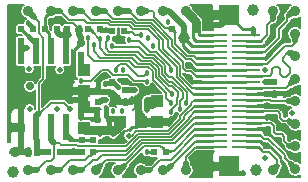
<source format=gbr>
%TF.GenerationSoftware,KiCad,Pcbnew,5.1.0-rc2-unknown-036be7d~80~ubuntu16.04.1*%
%TF.CreationDate,2022-06-01T13:33:31+03:00*%
%TF.ProjectId,Flash-e_Rev_C,466c6173-682d-4655-9f52-65765f432e6b,A*%
%TF.SameCoordinates,Original*%
%TF.FileFunction,Copper,L4,Bot*%
%TF.FilePolarity,Positive*%
%FSLAX46Y46*%
G04 Gerber Fmt 4.6, Leading zero omitted, Abs format (unit mm)*
G04 Created by KiCad (PCBNEW 5.1.0-rc2-unknown-036be7d~80~ubuntu16.04.1) date 2022-06-01 13:33:31*
%MOMM*%
%LPD*%
G04 APERTURE LIST*
%TA.AperFunction,Conductor*%
%ADD10R,2.400000X0.250000*%
%TD*%
%TA.AperFunction,SMDPad,CuDef*%
%ADD11R,1.800000X1.800000*%
%TD*%
%TA.AperFunction,SMDPad,CuDef*%
%ADD12R,0.600000X2.200000*%
%TD*%
%TA.AperFunction,ComponentPad*%
%ADD13C,0.900000*%
%TD*%
%TA.AperFunction,SMDPad,CuDef*%
%ADD14R,0.508000X0.762000*%
%TD*%
%TA.AperFunction,SMDPad,CuDef*%
%ADD15R,0.500000X0.550000*%
%TD*%
%TA.AperFunction,SMDPad,CuDef*%
%ADD16R,0.550000X0.500000*%
%TD*%
%TA.AperFunction,ConnectorPad*%
%ADD17C,1.000000*%
%TD*%
%TA.AperFunction,SMDPad,CuDef*%
%ADD18R,1.016000X1.016000*%
%TD*%
%TA.AperFunction,ViaPad*%
%ADD19C,0.500000*%
%TD*%
%TA.AperFunction,ViaPad*%
%ADD20C,0.457200*%
%TD*%
%TA.AperFunction,ViaPad*%
%ADD21C,0.700000*%
%TD*%
%TA.AperFunction,ViaPad*%
%ADD22C,1.000000*%
%TD*%
%TA.AperFunction,Conductor*%
%ADD23C,0.203200*%
%TD*%
%TA.AperFunction,Conductor*%
%ADD24C,0.254000*%
%TD*%
%TA.AperFunction,Conductor*%
%ADD25C,0.127000*%
%TD*%
%TA.AperFunction,Conductor*%
%ADD26C,0.508000*%
%TD*%
%TA.AperFunction,Conductor*%
%ADD27C,0.457200*%
%TD*%
%TA.AperFunction,Conductor*%
%ADD28C,0.762000*%
%TD*%
%TA.AperFunction,Conductor*%
%ADD29C,0.177800*%
%TD*%
%TA.AperFunction,Conductor*%
%ADD30C,0.381000*%
%TD*%
G04 APERTURE END LIST*
D10*
%TO.N,/NAND-CLE*%
%TO.C,Flash_CON1*%
X149730000Y-95190000D03*
%TO.N,GND*%
X152530000Y-86690000D03*
%TO.N,/NAND-D7\005CeMMC-D7*%
X152530000Y-89190000D03*
%TO.N,GND*%
X152530000Y-89690000D03*
%TO.N,/NAND-D6\005CeMMC-D6*%
X152530000Y-90190000D03*
%TO.N,GND*%
X152530000Y-90690000D03*
%TO.N,/NAND-D1\005CeMMC-D1*%
X152530000Y-95190000D03*
%TO.N,GND*%
X152530000Y-95690000D03*
%TO.N,+3V3*%
X149730000Y-86690000D03*
X149730000Y-87190000D03*
%TO.N,/NAND-D5\005CeMMC-D5*%
X152530000Y-91190000D03*
%TO.N,GND*%
X152530000Y-91690000D03*
%TO.N,/NAND-D4\005CeMMC-D4*%
X152530000Y-92190000D03*
%TO.N,GND*%
X152530000Y-92690000D03*
%TO.N,/NAND-D3\005CeMMC-D3*%
X152530000Y-93190000D03*
%TO.N,GND*%
X152530000Y-93690000D03*
%TO.N,/NAND-D2\005CeMMC-D2*%
X152530000Y-94190000D03*
%TO.N,GND*%
X152530000Y-94690000D03*
X149730000Y-90690000D03*
%TO.N,/SPI-MOSI(IO0)*%
X149730000Y-91190000D03*
%TO.N,/NAND-WE*%
X149730000Y-96190000D03*
D11*
%TD*%
%TO.P,Flash_CON1,0*%
%TO.N,GND*%
X151130000Y-85040000D03*
D10*
%TO.N,/eMMC-CLK*%
%TO.C,Flash_CON1*%
X152530000Y-87190000D03*
%TO.N,GND*%
X152530000Y-87690000D03*
%TO.N,/eMMC-DS*%
X152530000Y-88190000D03*
%TO.N,GND*%
X152530000Y-88690000D03*
%TO.N,/NAND-RE*%
X149730000Y-94190000D03*
%TO.N,/NAND-RB0*%
X149730000Y-93690000D03*
%TO.N,/NAND-CE0*%
X149730000Y-94690000D03*
%TO.N,/SPI-CS(CMD)*%
X149730000Y-93190000D03*
D11*
%TD*%
%TO.P,Flash_CON1,0*%
%TO.N,GND*%
X151130000Y-97840000D03*
D10*
%TO.N,/SPI-HOLD(IO3)*%
%TO.C,Flash_CON1*%
X149730000Y-91690000D03*
%TO.N,/SPI-WPn(IO2)*%
X149730000Y-92190000D03*
%TO.N,/NAND-ALE*%
X149730000Y-95690000D03*
%TO.N,VDD*%
X149730000Y-87690000D03*
X149730000Y-88190000D03*
%TO.N,/eMMC-CMD*%
X149730000Y-88690000D03*
%TO.N,/eMMC-RST*%
X149730000Y-89190000D03*
%TO.N,GND*%
X149730000Y-89690000D03*
%TO.N,/SPI-CLK(CLK)*%
X149730000Y-90190000D03*
%TO.N,/SPI-MISO(IO1)*%
X149730000Y-92690000D03*
%TO.N,/NAND-D0\005CeMMC-D0*%
X152530000Y-96190000D03*
%TD*%
D12*
%TO.P,U3,8*%
%TO.N,+3V3*%
X137287000Y-88078000D03*
%TO.P,U3,7*%
%TO.N,/SPI-HOLD(IO3)*%
X136017000Y-88078000D03*
%TO.P,U3,6*%
%TO.N,/SPI_CLK*%
X134747000Y-88078000D03*
%TO.P,U3,5*%
%TO.N,/SPI-MOSI(IO0)*%
X133477000Y-88078000D03*
%TO.P,U3,4*%
%TO.N,GND*%
X133477000Y-94548000D03*
%TO.P,U3,3*%
%TO.N,/SPI-WPn(IO2)*%
X134747000Y-94548000D03*
%TO.P,U3,2*%
%TO.N,/SPI-MISO(IO1)*%
X136017000Y-94548000D03*
%TO.P,U3,1*%
%TO.N,/SPI_CS*%
X137287000Y-94548000D03*
%TD*%
D13*
%TO.P,TESTPAD7,1*%
%TO.N,/NAND-D6\005CeMMC-D6*%
X156718000Y-88519000D03*
%TD*%
D14*
%TO.P,SPI_WP1,2*%
%TO.N,/SPI-WPn(IO2)*%
X134874000Y-96647000D03*
%TO.P,SPI_WP1,1*%
%TO.N,GND*%
X134112000Y-96647000D03*
%TD*%
D15*
%TO.P,R4,2*%
%TO.N,/NAND-CE0*%
X145796000Y-96647000D03*
%TO.P,R4,1*%
%TO.N,/NAND_CE0*%
X144780000Y-96647000D03*
%TD*%
%TO.P,R7,2*%
%TO.N,/SPI-CLK(CLK)*%
X134493000Y-86233000D03*
%TO.P,R7,1*%
%TO.N,/SPI_CLK*%
X133477000Y-86233000D03*
%TD*%
D16*
%TO.P,R8,2*%
%TO.N,/SPI-CS(CMD)*%
X139573000Y-96647000D03*
%TO.P,R8,1*%
%TO.N,/SPI_CS*%
X139573000Y-95631000D03*
%TD*%
%TO.P,R5,2*%
%TO.N,/eMMC_DS*%
X142341600Y-91363800D03*
%TO.P,R5,1*%
%TO.N,GND*%
X142341600Y-92379800D03*
%TD*%
%TO.P,R6,2*%
%TO.N,GND*%
X140030200Y-91389200D03*
%TO.P,R6,1*%
%TO.N,/eMMC-RST*%
X140030200Y-92405200D03*
%TD*%
D17*
%TO.P,FID3,Fid1*%
%TO.N,Net-(FID3-PadFid1)*%
X153162000Y-84582000D03*
%TD*%
%TO.P,FID4,Fid1*%
%TO.N,Net-(FID4-PadFid1)*%
X132842000Y-98298000D03*
%TD*%
D18*
%TO.P,C4,2*%
%TO.N,VDD*%
X141859000Y-94107000D03*
%TO.P,C4,1*%
%TO.N,GND*%
X143637000Y-94107000D03*
%TD*%
%TO.P,C8,2*%
%TO.N,VDD*%
X138811000Y-94615000D03*
%TO.P,C8,1*%
%TO.N,GND*%
X138811000Y-92837000D03*
%TD*%
D16*
%TO.P,C3,2*%
%TO.N,GND*%
X154940000Y-91694000D03*
%TO.P,C3,1*%
%TO.N,+3V3*%
X154940000Y-90678000D03*
%TD*%
D18*
%TO.P,C5,2*%
%TO.N,GND*%
X145034000Y-94107000D03*
%TO.P,C5,1*%
%TO.N,+3V3*%
X145034000Y-92329000D03*
%TD*%
D16*
%TO.P,C6,1*%
%TO.N,+3V3*%
X141224000Y-90703400D03*
%TO.P,C6,2*%
%TO.N,GND*%
X141224000Y-91719400D03*
%TD*%
D15*
%TO.P,C7,2*%
%TO.N,VDD*%
X140970000Y-93853000D03*
%TO.P,C7,1*%
%TO.N,GND*%
X139954000Y-93853000D03*
%TD*%
D16*
%TO.P,C9,2*%
%TO.N,/eMMC-VDDI*%
X138557000Y-88392000D03*
%TO.P,C9,1*%
%TO.N,GND*%
X138557000Y-87376000D03*
%TD*%
D18*
%TO.P,C10,2*%
%TO.N,/eMMC-VDDI*%
X138811000Y-89712800D03*
%TO.P,C10,1*%
%TO.N,GND*%
X138811000Y-91490800D03*
%TD*%
D15*
%TO.P,C11,2*%
%TO.N,+3V3*%
X137414000Y-86233000D03*
%TO.P,C11,1*%
%TO.N,GND*%
X138430000Y-86233000D03*
%TD*%
%TO.P,R16,2*%
%TO.N,+3V3*%
X136779000Y-96647000D03*
%TO.P,R16,1*%
%TO.N,/SPI-WPn(IO2)*%
X135763000Y-96647000D03*
%TD*%
%TO.P,R17,2*%
%TO.N,+3V3*%
X136525000Y-86233000D03*
%TO.P,R17,1*%
%TO.N,/SPI-HOLD(IO3)*%
X135509000Y-86233000D03*
%TD*%
%TO.P,R12,2*%
%TO.N,VDD*%
X147320000Y-86233000D03*
%TO.P,R12,1*%
%TO.N,/eMMC-CMD*%
X146304000Y-86233000D03*
%TD*%
%TO.P,R9,2*%
%TO.N,VDD*%
X140208000Y-86233000D03*
%TO.P,R9,1*%
%TO.N,/NAND-D0\005CeMMC-D0*%
X139192000Y-86233000D03*
%TD*%
%TO.P,R13,1*%
%TO.N,/eMMC-RST*%
X142240000Y-86360000D03*
%TO.P,R13,2*%
%TO.N,VDD*%
X141224000Y-86360000D03*
%TD*%
D16*
%TO.P,R14,2*%
%TO.N,+3V3*%
X138684000Y-96647000D03*
%TO.P,R14,1*%
%TO.N,/SPI_CS*%
X138684000Y-95631000D03*
%TD*%
D17*
%TO.P,FID6,Fid1*%
%TO.N,Net-(FID6-PadFid1)*%
X153416000Y-98171000D03*
%TD*%
D13*
%TO.P,TESTPAD1,1*%
%TO.N,/NAND-D0\005CeMMC-D0*%
X154813000Y-98171000D03*
%TD*%
%TO.P,TESTPAD2,1*%
%TO.N,/NAND-D1\005CeMMC-D1*%
X156718000Y-98044000D03*
%TD*%
%TO.P,TESTPAD3,1*%
%TO.N,/NAND-D2\005CeMMC-D2*%
X156718000Y-96139000D03*
%TD*%
%TO.P,TESTPAD4,1*%
%TO.N,/NAND-D3\005CeMMC-D3*%
X156718000Y-94234000D03*
%TD*%
%TO.P,TESTPAD5,1*%
%TO.N,/NAND-D4\005CeMMC-D4*%
X156718000Y-92329000D03*
%TD*%
%TO.P,TESTPAD6,1*%
%TO.N,/NAND-D5\005CeMMC-D5*%
X156718000Y-90424000D03*
%TD*%
%TO.P,TESTPAD8,1*%
%TO.N,/NAND-D7\005CeMMC-D7*%
X156718000Y-86614000D03*
%TD*%
%TO.P,TESTPAD9,1*%
%TO.N,/eMMC-CLK*%
X154813000Y-84709000D03*
%TD*%
%TO.P,TESTPAD10,1*%
%TO.N,/eMMC-DS*%
X156718000Y-84709000D03*
%TD*%
%TO.P,TESTPAD11,1*%
%TO.N,/eMMC-CMD*%
X143637000Y-84709000D03*
%TD*%
%TO.P,TESTPAD12,1*%
%TO.N,/eMMC-RST*%
X141732000Y-84709000D03*
%TD*%
%TO.P,TESTPAD13,1*%
%TO.N,+3V3*%
X147447000Y-84709000D03*
%TD*%
%TO.P,TESTPAD14,1*%
%TO.N,VDD*%
X145542000Y-84709000D03*
%TD*%
%TO.P,TESTPAD15,1*%
%TO.N,/SPI-CLK(CLK)*%
X139827000Y-84709000D03*
%TD*%
%TO.P,TESTPAD16,1*%
%TO.N,/SPI-MOSI(IO0)*%
X137922000Y-84709000D03*
%TD*%
%TO.P,TESTPAD17,1*%
%TO.N,/SPI-HOLD(IO3)*%
X136017000Y-84709000D03*
%TD*%
%TO.P,TESTPAD18,1*%
%TO.N,/SPI-WPn(IO2)*%
X134112000Y-84709000D03*
%TD*%
%TO.P,TESTPAD19,1*%
%TO.N,/SPI-MISO(IO1)*%
X134112000Y-98171000D03*
%TD*%
%TO.P,TESTPAD20,1*%
%TO.N,/SPI-CS(CMD)*%
X136017000Y-98171000D03*
%TD*%
%TO.P,TESTPAD21,1*%
%TO.N,/NAND-RB0*%
X137922000Y-98171000D03*
%TD*%
%TO.P,TESTPAD22,1*%
%TO.N,/NAND-RE*%
X139827000Y-98171000D03*
%TD*%
%TO.P,TESTPAD23,1*%
%TO.N,/NAND-CE0*%
X141732000Y-98171000D03*
%TD*%
%TO.P,TESTPAD24,1*%
%TO.N,/NAND-CLE*%
X143637000Y-98171000D03*
%TD*%
%TO.P,TESTPAD25,1*%
%TO.N,/NAND-ALE*%
X145542000Y-98171000D03*
%TD*%
%TO.P,TESTPAD26,1*%
%TO.N,/NAND-WE*%
X147447000Y-98171000D03*
%TD*%
%TO.P,TESTPAD27,1*%
%TO.N,GND*%
X132969000Y-96647000D03*
%TD*%
D19*
%TO.N,GND*%
X154178000Y-92710000D03*
X154178000Y-91694000D03*
X153162000Y-86233000D03*
X144145000Y-91440000D03*
D20*
X141859000Y-95504000D03*
X140716000Y-95504000D03*
D19*
X138557000Y-93726000D03*
D20*
X140665200Y-91541600D03*
D19*
X141681200Y-92075000D03*
X142887700Y-92138500D03*
D20*
X142214600Y-90601800D03*
X156514800Y-95326200D03*
D19*
X154178000Y-97155000D03*
X154178000Y-96012000D03*
D20*
X154178000Y-94970600D03*
D21*
X156667200Y-85648800D03*
D19*
X141859000Y-87122000D03*
X137795000Y-90678000D03*
X149225000Y-98044000D03*
D21*
X134239000Y-92075000D03*
X132969000Y-84963000D03*
D19*
X137668000Y-92202000D03*
X138430000Y-86741000D03*
D20*
X146177000Y-93980000D03*
D19*
X140766800Y-98272600D03*
X142697200Y-98272600D03*
X155778200Y-84505800D03*
X147701000Y-89281000D03*
X147701000Y-90297000D03*
X152273000Y-98425000D03*
X149961600Y-85902800D03*
X155778200Y-98272600D03*
D20*
X140650000Y-90159800D03*
D19*
%TO.N,+3V3*%
X144145000Y-92202000D03*
X144145000Y-93091000D03*
D20*
X140639800Y-90855800D03*
X141681200Y-91084400D03*
D19*
X154178000Y-90678000D03*
X154178000Y-89662000D03*
X156464000Y-93345000D03*
X137541000Y-86741000D03*
D21*
X134239000Y-91059000D03*
D19*
X137922000Y-96520000D03*
X136779000Y-86741000D03*
%TO.N,/SPI-WPn(IO2)*%
X142621000Y-95250000D03*
X137668000Y-92964000D03*
D20*
%TO.N,/SPI-CLK(CLK)*%
X134112000Y-85725000D03*
%TO.N,/SPI-MOSI(IO0)*%
X134010400Y-87807800D03*
%TO.N,VDD*%
X142150000Y-89650000D03*
X140208000Y-95123000D03*
X141300200Y-95123000D03*
X140665200Y-92913200D03*
D22*
X147320000Y-86995000D03*
D19*
X140716000Y-86283800D03*
%TO.N,/eMMC-VDDI*%
X138557000Y-88900000D03*
D20*
%TO.N,/eMMC_CLK*%
X142011400Y-93141800D03*
X145923000Y-85598000D03*
%TO.N,/NAND-D7\005CeMMC-D7*%
X142621000Y-87122000D03*
X146177000Y-89662000D03*
%TO.N,/NAND-D6\005CeMMC-D6*%
X141500000Y-89650000D03*
X144145000Y-89916000D03*
%TO.N,/NAND-D5\005CeMMC-D5*%
X138600000Y-90600000D03*
X144145000Y-90678000D03*
%TO.N,/NAND-D4\005CeMMC-D4*%
X139650000Y-87550000D03*
X146304000Y-91694000D03*
%TO.N,/NAND-D3\005CeMMC-D3*%
X139192000Y-86995000D03*
X146177000Y-92456000D03*
%TO.N,/NAND-D2\005CeMMC-D2*%
X141224000Y-87630000D03*
X147447000Y-92456000D03*
%TO.N,/NAND-D1\005CeMMC-D1*%
X140868400Y-86995000D03*
X146939000Y-92964000D03*
%TO.N,/eMMC-CMD*%
X141300200Y-93167200D03*
X144272000Y-86995000D03*
%TO.N,/eMMC-RST*%
X140665200Y-92227400D03*
X143637000Y-86741000D03*
D19*
%TO.N,/NAND-RB0*%
X136779000Y-89662000D03*
%TO.N,/NAND-RE*%
X134175500Y-89598500D03*
%TO.N,/NAND-CLE*%
X134239000Y-92964000D03*
%TO.N,/NAND-ALE*%
X136525000Y-92964000D03*
D20*
%TO.N,/NAND-D0\005CeMMC-D0*%
X140150000Y-87050000D03*
X146177000Y-93218000D03*
%TO.N,/eMMC_DS*%
X143129000Y-91414600D03*
X144653000Y-87630000D03*
%TO.N,/SPI_CLK*%
X134162800Y-86868000D03*
%TO.N,/NAND_CE0*%
X144145000Y-96647000D03*
%TD*%
D23*
%TO.N,GND*%
X154158000Y-92690000D02*
X154178000Y-92710000D01*
D24*
X152530000Y-92690000D02*
X154158000Y-92690000D01*
X154178000Y-91694000D02*
X154174000Y-91690000D01*
X154174000Y-91690000D02*
X152530000Y-91690000D01*
D25*
X152530000Y-86690000D02*
X153213000Y-86690000D01*
D24*
X153213000Y-86284000D02*
X153213000Y-86690000D01*
X153162000Y-86233000D02*
X153213000Y-86284000D01*
X153729000Y-95690000D02*
X152530000Y-95690000D01*
X153924000Y-95885000D02*
X153729000Y-95690000D01*
X154051000Y-95885000D02*
X153924000Y-95885000D01*
X154178000Y-96012000D02*
X154051000Y-95885000D01*
X153897400Y-94690000D02*
X152530000Y-94690000D01*
X154178000Y-94970600D02*
X153897400Y-94690000D01*
X149730000Y-89690000D02*
X150975000Y-89690000D01*
X152530000Y-89690000D02*
X150975000Y-89690000D01*
X149730000Y-90690000D02*
X151245000Y-90690000D01*
X152530000Y-90690000D02*
X151245000Y-90690000D01*
D25*
X137795000Y-91186000D02*
X137795000Y-90678000D01*
X138099800Y-91490800D02*
X137795000Y-91186000D01*
X138811000Y-91490800D02*
X138099800Y-91490800D01*
D26*
X149429000Y-97840000D02*
X149225000Y-98044000D01*
X151130000Y-97840000D02*
X149429000Y-97840000D01*
D24*
X153991000Y-87690000D02*
X152530000Y-87690000D01*
X154813000Y-86868000D02*
X153991000Y-87690000D01*
X155778200Y-84505800D02*
X155575000Y-84709000D01*
X155575000Y-84709000D02*
X155575000Y-85344000D01*
X155575000Y-85344000D02*
X154813000Y-86106000D01*
X154813000Y-86106000D02*
X154813000Y-86868000D01*
X148237000Y-89690000D02*
X149730000Y-89690000D01*
X147828000Y-89281000D02*
X148237000Y-89690000D01*
X147701000Y-89281000D02*
X147828000Y-89281000D01*
X148094000Y-90690000D02*
X149730000Y-90690000D01*
X147701000Y-90297000D02*
X148094000Y-90690000D01*
D27*
X151715000Y-98425000D02*
X151130000Y-97840000D01*
X152273000Y-98425000D02*
X151715000Y-98425000D01*
D24*
X154777000Y-93690000D02*
X152530000Y-93690000D01*
X156413200Y-95326200D02*
X154777000Y-93690000D01*
X156514800Y-95326200D02*
X156413200Y-95326200D01*
D26*
X154178000Y-91694000D02*
X154940000Y-91694000D01*
X138557000Y-86868000D02*
X138430000Y-86741000D01*
X138557000Y-87376000D02*
X138557000Y-86868000D01*
X138430000Y-86233000D02*
X138430000Y-86741000D01*
D24*
X154184800Y-88690000D02*
X152530000Y-88690000D01*
X156667200Y-85648800D02*
X156540200Y-85648800D01*
X156540200Y-85648800D02*
X155829000Y-86360000D01*
X155829000Y-86360000D02*
X155829000Y-87045800D01*
X155829000Y-87045800D02*
X154184800Y-88690000D01*
D26*
X145161000Y-93980000D02*
X146177000Y-93980000D01*
X145034000Y-94107000D02*
X145161000Y-93980000D01*
D28*
X143637000Y-94107000D02*
X145034000Y-94107000D01*
D26*
X141325600Y-91719400D02*
X141681200Y-92075000D01*
X141224000Y-91719400D02*
X141325600Y-91719400D01*
X141046200Y-91541600D02*
X140665200Y-91541600D01*
X141224000Y-91719400D02*
X141046200Y-91541600D01*
X140182600Y-91541600D02*
X140665200Y-91541600D01*
X140030200Y-91389200D02*
X140182600Y-91541600D01*
X141605000Y-92151200D02*
X141681200Y-92075000D01*
X141605000Y-92329000D02*
X141605000Y-92151200D01*
X141655800Y-92379800D02*
X141605000Y-92329000D01*
X142341600Y-92379800D02*
X141655800Y-92379800D01*
X142875000Y-92151200D02*
X142887700Y-92138500D01*
X142875000Y-92379800D02*
X142875000Y-92151200D01*
X142341600Y-92379800D02*
X142875000Y-92379800D01*
D29*
X143408400Y-90932000D02*
X143484600Y-91008200D01*
X142875000Y-90932000D02*
X143408400Y-90932000D01*
X142544800Y-90601800D02*
X142875000Y-90932000D01*
X142214600Y-90601800D02*
X142544800Y-90601800D01*
D26*
X143637000Y-94107000D02*
X143383000Y-93853000D01*
X143383000Y-93853000D02*
X143383000Y-93091000D01*
X138557000Y-93091000D02*
X138557000Y-93726000D01*
X138811000Y-92837000D02*
X138557000Y-93091000D01*
X138811000Y-93091000D02*
X138811000Y-92837000D01*
X139903200Y-93091000D02*
X138811000Y-93091000D01*
X139954000Y-93141800D02*
X139903200Y-93091000D01*
X139954000Y-93853000D02*
X139954000Y-93141800D01*
D30*
X138811000Y-91490800D02*
X138887200Y-91567000D01*
X138887200Y-91567000D02*
X140081000Y-91567000D01*
D24*
X143637000Y-94107000D02*
X143256000Y-94488000D01*
X143256000Y-94488000D02*
X142875000Y-94488000D01*
X142875000Y-94488000D02*
X142621000Y-94742000D01*
D26*
X138811000Y-92202000D02*
X137668000Y-92202000D01*
X138811000Y-92837000D02*
X138811000Y-92202000D01*
D24*
X139827000Y-93726000D02*
X138557000Y-93726000D01*
X139954000Y-93853000D02*
X139827000Y-93726000D01*
D26*
X149961600Y-85902800D02*
X149402800Y-85902800D01*
X150749000Y-85598000D02*
X150749000Y-85421000D01*
X150749000Y-85421000D02*
X151130000Y-85040000D01*
X150444200Y-85902800D02*
X150749000Y-85598000D01*
X149961600Y-85902800D02*
X150444200Y-85902800D01*
D24*
X153162000Y-86233000D02*
X153035000Y-86360000D01*
X153035000Y-86360000D02*
X153035000Y-86614000D01*
X153162000Y-86233000D02*
X152273000Y-86233000D01*
X152273000Y-86233000D02*
X151892000Y-85852000D01*
D26*
X133096000Y-96647000D02*
X132969000Y-96647000D01*
X133477000Y-96266000D02*
X133096000Y-96647000D01*
X133350000Y-96647000D02*
X134112000Y-96647000D01*
X133477000Y-96520000D02*
X133350000Y-96647000D01*
X133477000Y-94548000D02*
X133477000Y-96520000D01*
D25*
X138430000Y-86233000D02*
X137922000Y-85725000D01*
X137922000Y-85725000D02*
X137033000Y-85725000D01*
X137033000Y-85725000D02*
X136779000Y-85471000D01*
D24*
X137972800Y-87960200D02*
X137972800Y-89001600D01*
X138557000Y-87376000D02*
X137972800Y-87960200D01*
D26*
%TO.N,+3V3*%
X137287000Y-88078000D02*
X137287000Y-86233000D01*
D24*
X137541000Y-86487000D02*
X137287000Y-86233000D01*
X137541000Y-86741000D02*
X137541000Y-86487000D01*
D26*
X138049000Y-96647000D02*
X138684000Y-96647000D01*
X137922000Y-96520000D02*
X138049000Y-96647000D01*
X136779000Y-86741000D02*
X137541000Y-86741000D01*
X136779000Y-86741000D02*
X136525000Y-86487000D01*
X136525000Y-86487000D02*
X136525000Y-86233000D01*
X154178000Y-90678000D02*
X154940000Y-90678000D01*
D24*
X149730000Y-86690000D02*
X148590000Y-86690000D01*
X148590000Y-85979000D02*
X148336000Y-85979000D01*
X148082000Y-85979000D02*
X148336000Y-85979000D01*
X148277000Y-87190000D02*
X148082000Y-86995000D01*
X149730000Y-87190000D02*
X148277000Y-87190000D01*
X148082000Y-86360000D02*
X148590000Y-86360000D01*
X148082000Y-86360000D02*
X148082000Y-85979000D01*
X148082000Y-86995000D02*
X148082000Y-86360000D01*
X148590000Y-86360000D02*
X148590000Y-85979000D01*
X148590000Y-86690000D02*
X148590000Y-86360000D01*
D26*
X144907000Y-92202000D02*
X144145000Y-92202000D01*
X145034000Y-92329000D02*
X144907000Y-92202000D01*
X144653000Y-92710000D02*
X144145000Y-92710000D01*
X144145000Y-92710000D02*
X144145000Y-92202000D01*
X145034000Y-92329000D02*
X144653000Y-92710000D01*
X144145000Y-93091000D02*
X144145000Y-92710000D01*
D30*
X141300200Y-90703400D02*
X141681200Y-91084400D01*
X141224000Y-90703400D02*
X141300200Y-90703400D01*
X140716000Y-90779600D02*
X140639800Y-90855800D01*
X141300200Y-90779600D02*
X140716000Y-90779600D01*
X141224000Y-90703400D02*
X141300200Y-90779600D01*
D28*
X147955000Y-85217000D02*
X147447000Y-84709000D01*
X148336000Y-85598000D02*
X147955000Y-85217000D01*
X148336000Y-85979000D02*
X148336000Y-85598000D01*
D26*
X137795000Y-96647000D02*
X136779000Y-96647000D01*
X137922000Y-96520000D02*
X137795000Y-96647000D01*
D24*
%TO.N,/SPI-HOLD(IO3)*%
X149730000Y-91690000D02*
X148086000Y-91690000D01*
D26*
X136779000Y-84709000D02*
X136017000Y-84709000D01*
D25*
X137541000Y-85471000D02*
X136779000Y-84709000D01*
X138811000Y-85471000D02*
X137541000Y-85471000D01*
X139065000Y-85725000D02*
X138811000Y-85471000D01*
X146685000Y-89408000D02*
X145161000Y-87884000D01*
X146685000Y-90297000D02*
X146685000Y-89408000D01*
X148078000Y-91690000D02*
X146685000Y-90297000D01*
X148086000Y-91690000D02*
X148078000Y-91690000D01*
X140843000Y-85725000D02*
X139065000Y-85725000D01*
X140995400Y-85877400D02*
X140843000Y-85725000D01*
X145161000Y-87122000D02*
X144272000Y-86233000D01*
X145161000Y-87884000D02*
X145161000Y-87122000D01*
X144272000Y-86233000D02*
X143002000Y-86233000D01*
X142646400Y-85877400D02*
X140995400Y-85877400D01*
X143002000Y-86233000D02*
X142646400Y-85877400D01*
D24*
X135509000Y-85217000D02*
X135509000Y-86233000D01*
X136017000Y-84709000D02*
X135509000Y-85217000D01*
X136017000Y-87249000D02*
X136017000Y-88078000D01*
X135839200Y-87071200D02*
X136017000Y-87249000D01*
X135839200Y-86563200D02*
X135839200Y-87071200D01*
X135509000Y-86233000D02*
X135839200Y-86563200D01*
%TO.N,/SPI-WPn(IO2)*%
X149730000Y-92190000D02*
X148221000Y-92190000D01*
D26*
X134747000Y-93599000D02*
X135001000Y-93345000D01*
X134747000Y-94548000D02*
X134747000Y-93599000D01*
D25*
X142875000Y-95250000D02*
X142621000Y-95250000D01*
X143256000Y-94869000D02*
X142875000Y-95250000D01*
X145923000Y-94869000D02*
X143256000Y-94869000D01*
X146939000Y-93853000D02*
X145923000Y-94869000D01*
X148221000Y-92190000D02*
X147904200Y-92506800D01*
X147904200Y-92506800D02*
X147904200Y-92633800D01*
X147904200Y-92633800D02*
X146939000Y-93599000D01*
X146939000Y-93599000D02*
X146939000Y-93853000D01*
D26*
X134874000Y-95631000D02*
X134874000Y-96647000D01*
X134747000Y-95504000D02*
X134874000Y-95631000D01*
X134747000Y-94548000D02*
X134747000Y-95504000D01*
X134874000Y-96647000D02*
X135763000Y-96647000D01*
D25*
X137668000Y-92964000D02*
X137160000Y-92456000D01*
X137160000Y-92456000D02*
X136017000Y-92456000D01*
X135128000Y-93345000D02*
X135001000Y-93345000D01*
X136017000Y-92456000D02*
X135128000Y-93345000D01*
X135001000Y-86563200D02*
X135001000Y-85598000D01*
X135001000Y-93345000D02*
X135001000Y-90805000D01*
X135001000Y-90805000D02*
X135382000Y-90424000D01*
X135382000Y-90424000D02*
X135382000Y-86944200D01*
X135382000Y-86944200D02*
X135001000Y-86563200D01*
D26*
X134112000Y-84709000D02*
X134620000Y-85217000D01*
D25*
X135001000Y-85598000D02*
X134620000Y-85217000D01*
D24*
%TO.N,/SPI-CS(CMD)*%
X149730000Y-93190000D02*
X148237000Y-93190000D01*
X139573000Y-96647000D02*
X139700000Y-96520000D01*
X139700000Y-96520000D02*
X139954000Y-96520000D01*
D25*
X142367000Y-96520000D02*
X139954000Y-96520000D01*
X143510000Y-95377000D02*
X142367000Y-96520000D01*
X148237000Y-93190000D02*
X147701000Y-93726000D01*
X147701000Y-93726000D02*
X147701000Y-93853000D01*
X147701000Y-93853000D02*
X146177000Y-95377000D01*
X146177000Y-95377000D02*
X143510000Y-95377000D01*
D24*
X139573000Y-96647000D02*
X139319000Y-96901000D01*
D26*
X136017000Y-98171000D02*
X136779000Y-98171000D01*
D25*
X137668000Y-97282000D02*
X136779000Y-98171000D01*
X138938000Y-97282000D02*
X137668000Y-97282000D01*
X139319000Y-96901000D02*
X138938000Y-97282000D01*
D24*
%TO.N,/SPI-CLK(CLK)*%
X149730000Y-90190000D02*
X148316000Y-90190000D01*
D25*
X148279800Y-90190000D02*
X148316000Y-90190000D01*
X147878800Y-89789000D02*
X148279800Y-90190000D01*
X147447000Y-89789000D02*
X147878800Y-89789000D01*
X142900400Y-85369400D02*
X143256000Y-85725000D01*
X141249400Y-85369400D02*
X142900400Y-85369400D01*
X140589000Y-84709000D02*
X141249400Y-85369400D01*
D26*
X139827000Y-84709000D02*
X140589000Y-84709000D01*
D25*
X147193000Y-89535000D02*
X147447000Y-89789000D01*
X147193000Y-89027000D02*
X147193000Y-89535000D01*
X145923000Y-87122000D02*
X145923000Y-87757000D01*
X143256000Y-85725000D02*
X144526000Y-85725000D01*
X144526000Y-85725000D02*
X145923000Y-87122000D01*
X145923000Y-87757000D02*
X147193000Y-89027000D01*
D30*
X134493000Y-86106000D02*
X134112000Y-85725000D01*
X134493000Y-86233000D02*
X134493000Y-86106000D01*
D24*
%TO.N,/SPI-MOSI(IO0)*%
X149730000Y-91190000D02*
X148213000Y-91190000D01*
D26*
X133747200Y-87807800D02*
X133477000Y-88078000D01*
X134010400Y-87807800D02*
X133747200Y-87807800D01*
X138684000Y-84709000D02*
X137922000Y-84709000D01*
D25*
X139446000Y-85471000D02*
X138684000Y-84709000D01*
X146939000Y-89281000D02*
X145542000Y-87884000D01*
X146939000Y-90170000D02*
X146939000Y-89281000D01*
X147959000Y-91190000D02*
X146939000Y-90170000D01*
X145542000Y-87122000D02*
X144399000Y-85979000D01*
X145542000Y-87884000D02*
X145542000Y-87122000D01*
X148213000Y-91190000D02*
X147959000Y-91190000D01*
X142773400Y-85623400D02*
X141122400Y-85623400D01*
X144399000Y-85979000D02*
X143129000Y-85979000D01*
X140970000Y-85471000D02*
X139446000Y-85471000D01*
X143129000Y-85979000D02*
X142773400Y-85623400D01*
X141122400Y-85623400D02*
X140970000Y-85471000D01*
D24*
%TO.N,/SPI-MISO(IO1)*%
X149730000Y-92690000D02*
X148229000Y-92690000D01*
D26*
X134112000Y-98171000D02*
X134874000Y-98171000D01*
D25*
X136017000Y-97409000D02*
X136271000Y-97155000D01*
X136271000Y-97155000D02*
X136271000Y-95885000D01*
X135636000Y-97409000D02*
X136017000Y-97409000D01*
X134874000Y-98171000D02*
X135636000Y-97409000D01*
D26*
X136017000Y-95631000D02*
X136271000Y-95885000D01*
X136017000Y-94548000D02*
X136017000Y-95631000D01*
D25*
X147320000Y-93599000D02*
X148229000Y-92690000D01*
X147320000Y-93853000D02*
X147320000Y-93599000D01*
X146050000Y-95123000D02*
X147320000Y-93853000D01*
X143383000Y-95123000D02*
X146050000Y-95123000D01*
X142367000Y-96139000D02*
X143383000Y-95123000D01*
X136271000Y-95885000D02*
X136779000Y-95885000D01*
X136779000Y-95885000D02*
X136906000Y-96012000D01*
X138303000Y-96139000D02*
X142367000Y-96139000D01*
X136906000Y-96012000D02*
X138176000Y-96012000D01*
X138176000Y-96012000D02*
X138303000Y-96139000D01*
D24*
%TO.N,VDD*%
X148015000Y-87690000D02*
X147320000Y-86995000D01*
X149730000Y-87690000D02*
X148015000Y-87690000D01*
D25*
X140716000Y-86283800D02*
X140665200Y-86233000D01*
D26*
X147320000Y-86995000D02*
X147320000Y-86233000D01*
X146050000Y-84709000D02*
X145542000Y-84709000D01*
X147320000Y-85979000D02*
X146050000Y-84709000D01*
X147320000Y-86233000D02*
X147320000Y-85979000D01*
D30*
X141147800Y-86283800D02*
X140716000Y-86283800D01*
X141224000Y-86360000D02*
X141147800Y-86283800D01*
X140258800Y-86283800D02*
X140716000Y-86283800D01*
X140208000Y-86233000D02*
X140258800Y-86283800D01*
D28*
X138938000Y-94742000D02*
X138811000Y-94615000D01*
D27*
X140970000Y-94488000D02*
X140716000Y-94742000D01*
X140970000Y-93853000D02*
X140970000Y-94488000D01*
D28*
X141478000Y-94742000D02*
X140716000Y-94742000D01*
X141859000Y-94361000D02*
X141478000Y-94742000D01*
X141859000Y-94107000D02*
X141859000Y-94361000D01*
D26*
X140081000Y-94742000D02*
X140208000Y-94869000D01*
D28*
X140716000Y-94742000D02*
X140081000Y-94742000D01*
D26*
X140208000Y-94869000D02*
X140208000Y-95123000D01*
D28*
X140081000Y-94742000D02*
X138938000Y-94742000D01*
D26*
X141478000Y-94945200D02*
X141300200Y-95123000D01*
X141478000Y-94742000D02*
X141478000Y-94945200D01*
X140970000Y-93853000D02*
X141605000Y-93853000D01*
D30*
X140665200Y-93548200D02*
X140665200Y-92913200D01*
X140970000Y-93853000D02*
X140665200Y-93548200D01*
D24*
X147753000Y-88190000D02*
X147193000Y-87630000D01*
X149730000Y-88190000D02*
X147753000Y-88190000D01*
X147193000Y-87122000D02*
X147320000Y-86995000D01*
X147193000Y-87630000D02*
X147193000Y-87122000D01*
%TO.N,/eMMC-DS*%
X152530000Y-88190000D02*
X153872000Y-88190000D01*
D26*
X156718000Y-84709000D02*
X156514800Y-84709000D01*
X156514800Y-84709000D02*
X156159200Y-85064600D01*
D23*
X154126000Y-88190000D02*
X153872000Y-88190000D01*
X156159200Y-85064600D02*
X156057600Y-85166200D01*
X155321000Y-86233000D02*
X155321000Y-86995000D01*
X156057600Y-85166200D02*
X156057600Y-85496400D01*
X155321000Y-86995000D02*
X154126000Y-88190000D01*
X156057600Y-85496400D02*
X155321000Y-86233000D01*
D26*
%TO.N,/eMMC-VDDI*%
X138557000Y-88392000D02*
X138557000Y-88900000D01*
X138557000Y-89458800D02*
X138557000Y-88900000D01*
X138811000Y-89712800D02*
X138557000Y-89458800D01*
D24*
%TO.N,/eMMC-CLK*%
X152530000Y-87190000D02*
X153856000Y-87190000D01*
D26*
X154813000Y-84709000D02*
X154813000Y-85344000D01*
D23*
X154305000Y-85852000D02*
X154813000Y-85344000D01*
X154305000Y-86741000D02*
X154305000Y-85852000D01*
X153856000Y-87190000D02*
X154305000Y-86741000D01*
D24*
%TO.N,/NAND-D7\005CeMMC-D7*%
X152530000Y-89190000D02*
X153888000Y-89190000D01*
D25*
X143510000Y-87249000D02*
X142748000Y-87249000D01*
X144907000Y-88138000D02*
X144399000Y-88138000D01*
X144399000Y-88138000D02*
X143510000Y-87249000D01*
X142748000Y-87249000D02*
X142621000Y-87122000D01*
X146113500Y-89598500D02*
X146113500Y-89344500D01*
X146177000Y-89662000D02*
X146113500Y-89598500D01*
X146113500Y-89344500D02*
X144907000Y-88138000D01*
D26*
X156718000Y-86614000D02*
X156718000Y-87249000D01*
D23*
X156718000Y-87376000D02*
X156718000Y-87249000D01*
X156464000Y-87630000D02*
X156718000Y-87376000D01*
X153888000Y-89190000D02*
X153924000Y-89154000D01*
X155829000Y-87630000D02*
X156464000Y-87630000D01*
X153924000Y-89154000D02*
X154305000Y-89154000D01*
X154305000Y-89154000D02*
X155829000Y-87630000D01*
D24*
%TO.N,/NAND-D6\005CeMMC-D6*%
X152530000Y-90190000D02*
X153904000Y-90190000D01*
D25*
X141500000Y-89513000D02*
X141500000Y-89650000D01*
X141859000Y-89154000D02*
X141500000Y-89513000D01*
X144145000Y-89916000D02*
X143891000Y-90170000D01*
X143891000Y-90170000D02*
X143383000Y-90170000D01*
X142367000Y-89154000D02*
X141859000Y-89154000D01*
X143383000Y-90170000D02*
X142367000Y-89154000D01*
D26*
X156718000Y-88519000D02*
X156464000Y-88265000D01*
X156464000Y-88265000D02*
X156210000Y-88265000D01*
D23*
X154539000Y-90190000D02*
X153904000Y-90190000D01*
X154749500Y-89598500D02*
X154749500Y-89979500D01*
X154940000Y-89408000D02*
X154749500Y-89598500D01*
X155270200Y-89408000D02*
X154940000Y-89408000D01*
X155676600Y-88646000D02*
X155676600Y-88950800D01*
X156057600Y-88265000D02*
X155676600Y-88646000D01*
X154749500Y-89979500D02*
X154539000Y-90190000D01*
X155930600Y-90246200D02*
X155651200Y-90246200D01*
X155448000Y-89585800D02*
X155270200Y-89408000D01*
X156210000Y-88265000D02*
X156057600Y-88265000D01*
X155676600Y-88950800D02*
X156235400Y-89509600D01*
X156235400Y-89509600D02*
X156235400Y-89941400D01*
X155651200Y-90246200D02*
X155448000Y-90043000D01*
X155448000Y-90043000D02*
X155448000Y-89585800D01*
X156235400Y-89941400D02*
X155930600Y-90246200D01*
D24*
%TO.N,/NAND-D5\005CeMMC-D5*%
X152530000Y-91190000D02*
X153920000Y-91190000D01*
D25*
X153920000Y-91190000D02*
X155571000Y-91190000D01*
D26*
X156718000Y-90424000D02*
X156337000Y-90805000D01*
D23*
X155952000Y-91190000D02*
X155571000Y-91190000D01*
X156337000Y-90805000D02*
X155952000Y-91190000D01*
D25*
X139397000Y-90600000D02*
X138600000Y-90600000D01*
X140335000Y-89662000D02*
X139397000Y-90600000D01*
X140843000Y-89662000D02*
X140335000Y-89662000D01*
X141325600Y-90144600D02*
X140843000Y-89662000D01*
X144145000Y-90678000D02*
X144094200Y-90627200D01*
X144094200Y-90627200D02*
X143078200Y-90627200D01*
X142595600Y-90144600D02*
X141325600Y-90144600D01*
X143078200Y-90627200D02*
X142595600Y-90144600D01*
D24*
%TO.N,/NAND-D4\005CeMMC-D4*%
X152530000Y-92190000D02*
X153912000Y-92190000D01*
D26*
X156718000Y-92329000D02*
X156083000Y-92329000D01*
D23*
X153912000Y-92190000D02*
X154547000Y-92190000D01*
X154686000Y-92329000D02*
X156083000Y-92329000D01*
X154547000Y-92190000D02*
X154686000Y-92329000D01*
D25*
X139650000Y-88088000D02*
X139650000Y-87550000D01*
X142875000Y-88646000D02*
X140208000Y-88646000D01*
X143383000Y-89154000D02*
X142875000Y-88646000D01*
X146304000Y-91694000D02*
X144907000Y-90297000D01*
X140208000Y-88646000D02*
X139650000Y-88088000D01*
X144907000Y-90297000D02*
X144907000Y-89662000D01*
X144907000Y-89662000D02*
X144399000Y-89154000D01*
X144399000Y-89154000D02*
X143383000Y-89154000D01*
D24*
%TO.N,/NAND-D3\005CeMMC-D3*%
X152530000Y-93190000D02*
X154023000Y-93190000D01*
D26*
X156718000Y-94234000D02*
X156464000Y-94234000D01*
X156464000Y-94234000D02*
X156210000Y-93980000D01*
D25*
X139700000Y-88900000D02*
X139192000Y-88392000D01*
X142621000Y-88900000D02*
X139700000Y-88900000D01*
X143129000Y-89408000D02*
X142621000Y-88900000D01*
X144272000Y-89408000D02*
X143129000Y-89408000D01*
X144653000Y-89789000D02*
X144272000Y-89408000D01*
X146177000Y-92456000D02*
X145796000Y-92075000D01*
X145796000Y-92075000D02*
X145796000Y-91643200D01*
X145796000Y-91643200D02*
X144653000Y-90500200D01*
X139192000Y-88392000D02*
X139192000Y-86995000D01*
X144653000Y-90500200D02*
X144653000Y-89789000D01*
D23*
X155222000Y-93190000D02*
X154023000Y-93190000D01*
X156210000Y-93980000D02*
X155702000Y-93980000D01*
X155702000Y-93980000D02*
X155448000Y-93726000D01*
X155448000Y-93726000D02*
X155448000Y-93416000D01*
X155448000Y-93416000D02*
X155222000Y-93190000D01*
D24*
%TO.N,/NAND-D2\005CeMMC-D2*%
X152530000Y-94190000D02*
X153841000Y-94190000D01*
D26*
X156718000Y-96139000D02*
X156210000Y-96139000D01*
D23*
X155803600Y-95732600D02*
X156210000Y-96139000D01*
X155803600Y-95326200D02*
X155803600Y-95732600D01*
X153841000Y-94190000D02*
X154642000Y-94190000D01*
X155600400Y-95123000D02*
X155803600Y-95326200D01*
X155067000Y-95123000D02*
X155600400Y-95123000D01*
X154642000Y-94190000D02*
X154876500Y-94424500D01*
X154876500Y-94424500D02*
X154876500Y-94932500D01*
X154876500Y-94932500D02*
X155067000Y-95123000D01*
D25*
X141300200Y-87706200D02*
X141224000Y-87630000D01*
X143459200Y-87706200D02*
X141300200Y-87706200D01*
X146050000Y-90297000D02*
X145669000Y-89916000D01*
X147447000Y-92456000D02*
X147447000Y-92329000D01*
X147574000Y-91567000D02*
X146304000Y-90297000D01*
X147574000Y-92202000D02*
X147574000Y-91567000D01*
X147447000Y-92329000D02*
X147574000Y-92202000D01*
X146304000Y-90297000D02*
X146050000Y-90297000D01*
X144145000Y-88392000D02*
X143459200Y-87706200D01*
X144780000Y-88392000D02*
X144145000Y-88392000D01*
X145669000Y-89916000D02*
X145669000Y-89281000D01*
X145669000Y-89281000D02*
X144780000Y-88392000D01*
D24*
%TO.N,/NAND-D1\005CeMMC-D1*%
X152530000Y-95190000D02*
X153737000Y-95190000D01*
D25*
X140970000Y-88138000D02*
X140690600Y-87858600D01*
X143891000Y-88646000D02*
X143383000Y-88138000D01*
X144653000Y-88646000D02*
X143891000Y-88646000D01*
X145415000Y-89408000D02*
X144653000Y-88646000D01*
X145415000Y-90043000D02*
X145415000Y-89408000D01*
X146050000Y-90678000D02*
X145415000Y-90043000D01*
X146304000Y-90678000D02*
X146050000Y-90678000D01*
X147193000Y-91567000D02*
X146304000Y-90678000D01*
X146939000Y-92329000D02*
X147193000Y-92075000D01*
X143383000Y-88138000D02*
X140970000Y-88138000D01*
X146939000Y-92964000D02*
X146939000Y-92329000D01*
X147193000Y-92075000D02*
X147193000Y-91567000D01*
D26*
X156718000Y-98044000D02*
X156337000Y-97663000D01*
D25*
X140868400Y-87096600D02*
X140690600Y-87274400D01*
X140868400Y-86995000D02*
X140868400Y-87096600D01*
X140690600Y-87858600D02*
X140690600Y-87274400D01*
D23*
X154051000Y-95504000D02*
X153737000Y-95190000D01*
X156337000Y-97663000D02*
X155829000Y-97155000D01*
X155829000Y-97155000D02*
X155829000Y-96901000D01*
X155829000Y-96901000D02*
X154432000Y-95504000D01*
X154432000Y-95504000D02*
X154051000Y-95504000D01*
D24*
%TO.N,/eMMC-CMD*%
X149730000Y-88690000D02*
X148292000Y-88690000D01*
X146558000Y-86487000D02*
X146304000Y-86233000D01*
D25*
X148292000Y-88690000D02*
X148121000Y-88519000D01*
X148121000Y-88519000D02*
X147574000Y-88519000D01*
X147574000Y-88519000D02*
X146558000Y-87503000D01*
X146558000Y-87503000D02*
X146558000Y-86487000D01*
D24*
X146304000Y-86233000D02*
X146177000Y-86106000D01*
X146177000Y-86106000D02*
X145923000Y-86106000D01*
D26*
X143637000Y-84709000D02*
X144145000Y-84709000D01*
D25*
X144145000Y-84709000D02*
X144653000Y-84709000D01*
X144653000Y-84709000D02*
X144780000Y-84836000D01*
X144780000Y-84836000D02*
X144780000Y-85217000D01*
X145669000Y-86106000D02*
X145923000Y-86106000D01*
X144780000Y-85217000D02*
X145669000Y-86106000D01*
D24*
%TO.N,/eMMC-RST*%
X149730000Y-89190000D02*
X148300000Y-89190000D01*
D25*
X144653000Y-85471000D02*
X143383000Y-85471000D01*
X146304000Y-87122000D02*
X144653000Y-85471000D01*
X148300000Y-89190000D02*
X147883000Y-88773000D01*
X147883000Y-88773000D02*
X147447000Y-88773000D01*
X147447000Y-88773000D02*
X146304000Y-87630000D01*
X146304000Y-87630000D02*
X146304000Y-87122000D01*
X143383000Y-85471000D02*
X142621000Y-84709000D01*
D26*
X141732000Y-84709000D02*
X142621000Y-84709000D01*
D24*
X142367000Y-86487000D02*
X142621000Y-86487000D01*
X142240000Y-86360000D02*
X142367000Y-86487000D01*
D25*
X143129000Y-86741000D02*
X143637000Y-86741000D01*
X142875000Y-86487000D02*
X143129000Y-86741000D01*
X142621000Y-86487000D02*
X142875000Y-86487000D01*
D26*
X140335000Y-92227400D02*
X140665200Y-92227400D01*
X140157200Y-92405200D02*
X140335000Y-92227400D01*
X140030200Y-92405200D02*
X140157200Y-92405200D01*
D24*
%TO.N,/NAND-RB0*%
X149730000Y-93690000D02*
X148245000Y-93690000D01*
D25*
X139573000Y-97282000D02*
X138684000Y-98171000D01*
X139954000Y-97282000D02*
X139573000Y-97282000D01*
X148245000Y-93690000D02*
X146304000Y-95631000D01*
X146304000Y-95631000D02*
X143637000Y-95631000D01*
X140335000Y-96901000D02*
X139954000Y-97282000D01*
X143637000Y-95631000D02*
X142367000Y-96901000D01*
X142367000Y-96901000D02*
X140335000Y-96901000D01*
D26*
X137922000Y-98171000D02*
X138684000Y-98171000D01*
D24*
%TO.N,/NAND-RE*%
X149730000Y-94190000D02*
X148253000Y-94190000D01*
D25*
X146558000Y-95885000D02*
X143764000Y-95885000D01*
X148253000Y-94190000D02*
X146558000Y-95885000D01*
X143764000Y-95885000D02*
X142367000Y-97282000D01*
X142367000Y-97282000D02*
X140716000Y-97282000D01*
D26*
X139827000Y-98171000D02*
X140208000Y-97790000D01*
D25*
X140716000Y-97282000D02*
X140208000Y-97790000D01*
D24*
%TO.N,/NAND-CE0*%
X149730000Y-94690000D02*
X148261000Y-94690000D01*
D25*
X145288000Y-96139000D02*
X143891000Y-96139000D01*
X148261000Y-94690000D02*
X146431000Y-96520000D01*
D24*
X145923000Y-96520000D02*
X146177000Y-96520000D01*
X145796000Y-96647000D02*
X145923000Y-96520000D01*
D25*
X146431000Y-96520000D02*
X146177000Y-96520000D01*
D24*
X145796000Y-96647000D02*
X145478500Y-96329500D01*
D25*
X145478500Y-96329500D02*
X145288000Y-96139000D01*
D26*
X141732000Y-98171000D02*
X141859000Y-98171000D01*
X141859000Y-98171000D02*
X142240000Y-97790000D01*
D25*
X142240000Y-97790000D02*
X143891000Y-96139000D01*
D24*
%TO.N,/NAND-CLE*%
X149730000Y-95190000D02*
X148269000Y-95190000D01*
D26*
X143637000Y-98171000D02*
X144399000Y-98171000D01*
D25*
X145288000Y-97282000D02*
X144399000Y-98171000D01*
X146177000Y-97282000D02*
X145288000Y-97282000D01*
X148269000Y-95190000D02*
X146177000Y-97282000D01*
D24*
%TO.N,/NAND-ALE*%
X149730000Y-95690000D02*
X148277000Y-95690000D01*
D26*
X145796000Y-98171000D02*
X146177000Y-97790000D01*
X145542000Y-98171000D02*
X145796000Y-98171000D01*
D25*
X146177000Y-97790000D02*
X148277000Y-95690000D01*
D24*
%TO.N,/NAND-D0\005CeMMC-D0*%
X153594000Y-96190000D02*
X153797000Y-96393000D01*
X152530000Y-96190000D02*
X153594000Y-96190000D01*
D25*
X140150000Y-87826000D02*
X140150000Y-87050000D01*
X140716000Y-88392000D02*
X140150000Y-87826000D01*
X143129000Y-88392000D02*
X140716000Y-88392000D01*
X144526000Y-88900000D02*
X143637000Y-88900000D01*
X146050000Y-91059000D02*
X145161000Y-90170000D01*
X143637000Y-88900000D02*
X143129000Y-88392000D01*
X146304000Y-91059000D02*
X146050000Y-91059000D01*
X146177000Y-93091000D02*
X146685000Y-92583000D01*
X146177000Y-93218000D02*
X146177000Y-93091000D01*
X146685000Y-92583000D02*
X146685000Y-92075000D01*
X145161000Y-90170000D02*
X145161000Y-89535000D01*
X146685000Y-92075000D02*
X146812000Y-91948000D01*
X146812000Y-91948000D02*
X146812000Y-91567000D01*
X145161000Y-89535000D02*
X144526000Y-88900000D01*
X146812000Y-91567000D02*
X146304000Y-91059000D01*
D26*
X154813000Y-98171000D02*
X155194000Y-97790000D01*
D23*
X154025600Y-96621600D02*
X153797000Y-96393000D01*
X154533600Y-96621600D02*
X154025600Y-96621600D01*
X155194000Y-97282000D02*
X154533600Y-96621600D01*
X155194000Y-97790000D02*
X155194000Y-97282000D01*
D24*
X139192000Y-86233000D02*
X139319000Y-86233000D01*
X139319000Y-86233000D02*
X139573000Y-86487000D01*
D25*
X139573000Y-86487000D02*
X140143000Y-87057000D01*
D24*
%TO.N,/NAND-WE*%
X149730000Y-96190000D02*
X148285000Y-96190000D01*
D25*
X147447000Y-97028000D02*
X148285000Y-96190000D01*
D26*
X147447000Y-98171000D02*
X147447000Y-97536000D01*
D25*
X147447000Y-97536000D02*
X147447000Y-97028000D01*
D26*
%TO.N,/eMMC_DS*%
X142392400Y-91414600D02*
X143129000Y-91414600D01*
X142341600Y-91363800D02*
X142392400Y-91414600D01*
D24*
%TO.N,/SPI_CLK*%
X133527800Y-86233000D02*
X134162800Y-86868000D01*
X133477000Y-86233000D02*
X133527800Y-86233000D01*
D30*
X134747000Y-87452200D02*
X134162800Y-86868000D01*
X134747000Y-88078000D02*
X134747000Y-87452200D01*
D24*
%TO.N,/SPI_CS*%
X138684000Y-95631000D02*
X139573000Y-95631000D01*
X137287000Y-94548000D02*
X137287000Y-95250000D01*
X137287000Y-95250000D02*
X137668000Y-95631000D01*
X137668000Y-95631000D02*
X138684000Y-95631000D01*
X137287000Y-94996000D02*
X137922000Y-95631000D01*
X137287000Y-94548000D02*
X137287000Y-94996000D01*
%TO.N,/NAND_CE0*%
X144780000Y-96647000D02*
X144145000Y-96647000D01*
%TD*%
D25*
%TO.N,GND*%
G36*
X155511500Y-97032513D02*
G01*
X155511500Y-97139404D01*
X155509964Y-97155000D01*
X155511500Y-97170595D01*
X155516094Y-97217240D01*
X155534249Y-97277089D01*
X155563731Y-97332246D01*
X155603407Y-97380593D01*
X155615530Y-97390542D01*
X155866904Y-97641916D01*
X155864827Y-97663000D01*
X155873900Y-97755116D01*
X155900769Y-97843692D01*
X155944404Y-97925325D01*
X155988413Y-97978951D01*
X156052100Y-98042638D01*
X156052100Y-98109585D01*
X156077690Y-98238236D01*
X156127887Y-98359422D01*
X156200762Y-98468487D01*
X156293513Y-98561238D01*
X156402578Y-98634113D01*
X156523764Y-98684310D01*
X156652415Y-98709900D01*
X156783585Y-98709900D01*
X156912236Y-98684310D01*
X157033422Y-98634113D01*
X157137100Y-98564837D01*
X157137100Y-98717100D01*
X155194292Y-98717100D01*
X155237487Y-98688238D01*
X155330238Y-98595487D01*
X155403113Y-98486422D01*
X155453310Y-98365236D01*
X155478900Y-98236585D01*
X155478900Y-98169639D01*
X155542587Y-98105952D01*
X155586596Y-98052326D01*
X155630230Y-97970693D01*
X155657100Y-97882118D01*
X155666173Y-97790001D01*
X155657100Y-97697884D01*
X155630230Y-97609308D01*
X155586596Y-97527675D01*
X155527876Y-97456124D01*
X155511500Y-97442685D01*
X155511500Y-97297596D01*
X155513036Y-97282000D01*
X155506906Y-97219759D01*
X155488751Y-97159910D01*
X155459269Y-97104753D01*
X155449427Y-97092760D01*
X155419593Y-97056407D01*
X155407476Y-97046463D01*
X154769142Y-96408130D01*
X154759193Y-96396007D01*
X154710847Y-96356331D01*
X154655690Y-96326849D01*
X154595841Y-96308694D01*
X154549196Y-96304100D01*
X154533600Y-96302564D01*
X154518004Y-96304100D01*
X154157113Y-96304100D01*
X154115842Y-96262829D01*
X154115330Y-96261142D01*
X154107232Y-96245991D01*
X154173913Y-96179310D01*
X154236457Y-96085707D01*
X154268851Y-96007502D01*
X154301500Y-96007502D01*
X154301500Y-95822512D01*
X155511500Y-97032513D01*
X155511500Y-97032513D01*
G37*
X155511500Y-97032513D02*
X155511500Y-97139404D01*
X155509964Y-97155000D01*
X155511500Y-97170595D01*
X155516094Y-97217240D01*
X155534249Y-97277089D01*
X155563731Y-97332246D01*
X155603407Y-97380593D01*
X155615530Y-97390542D01*
X155866904Y-97641916D01*
X155864827Y-97663000D01*
X155873900Y-97755116D01*
X155900769Y-97843692D01*
X155944404Y-97925325D01*
X155988413Y-97978951D01*
X156052100Y-98042638D01*
X156052100Y-98109585D01*
X156077690Y-98238236D01*
X156127887Y-98359422D01*
X156200762Y-98468487D01*
X156293513Y-98561238D01*
X156402578Y-98634113D01*
X156523764Y-98684310D01*
X156652415Y-98709900D01*
X156783585Y-98709900D01*
X156912236Y-98684310D01*
X157033422Y-98634113D01*
X157137100Y-98564837D01*
X157137100Y-98717100D01*
X155194292Y-98717100D01*
X155237487Y-98688238D01*
X155330238Y-98595487D01*
X155403113Y-98486422D01*
X155453310Y-98365236D01*
X155478900Y-98236585D01*
X155478900Y-98169639D01*
X155542587Y-98105952D01*
X155586596Y-98052326D01*
X155630230Y-97970693D01*
X155657100Y-97882118D01*
X155666173Y-97790001D01*
X155657100Y-97697884D01*
X155630230Y-97609308D01*
X155586596Y-97527675D01*
X155527876Y-97456124D01*
X155511500Y-97442685D01*
X155511500Y-97297596D01*
X155513036Y-97282000D01*
X155506906Y-97219759D01*
X155488751Y-97159910D01*
X155459269Y-97104753D01*
X155449427Y-97092760D01*
X155419593Y-97056407D01*
X155407476Y-97046463D01*
X154769142Y-96408130D01*
X154759193Y-96396007D01*
X154710847Y-96356331D01*
X154655690Y-96326849D01*
X154595841Y-96308694D01*
X154549196Y-96304100D01*
X154533600Y-96302564D01*
X154518004Y-96304100D01*
X154157113Y-96304100D01*
X154115842Y-96262829D01*
X154115330Y-96261142D01*
X154107232Y-96245991D01*
X154173913Y-96179310D01*
X154236457Y-96085707D01*
X154268851Y-96007502D01*
X154301500Y-96007502D01*
X154301500Y-95822512D01*
X155511500Y-97032513D01*
G36*
X143717582Y-96776656D02*
G01*
X143751089Y-96857550D01*
X143799734Y-96930352D01*
X143861648Y-96992266D01*
X143934450Y-97040911D01*
X144015344Y-97074418D01*
X144101221Y-97091500D01*
X144188779Y-97091500D01*
X144274656Y-97074418D01*
X144350133Y-97043155D01*
X144376597Y-97075403D01*
X144409472Y-97102382D01*
X144446979Y-97122430D01*
X144487676Y-97134775D01*
X144530000Y-97138944D01*
X145030000Y-97138944D01*
X145036572Y-97138297D01*
X144469135Y-97705735D01*
X144422077Y-97701100D01*
X144108825Y-97701100D01*
X144061487Y-97653762D01*
X143952422Y-97580887D01*
X143831236Y-97530690D01*
X143702585Y-97505100D01*
X143571415Y-97505100D01*
X143442764Y-97530690D01*
X143321578Y-97580887D01*
X143212513Y-97653762D01*
X143119762Y-97746513D01*
X143046887Y-97855578D01*
X142996690Y-97976764D01*
X142971100Y-98105415D01*
X142971100Y-98236585D01*
X142996690Y-98365236D01*
X143046887Y-98486422D01*
X143119762Y-98595487D01*
X143212513Y-98688238D01*
X143255708Y-98717100D01*
X142113292Y-98717100D01*
X142156487Y-98688238D01*
X142249238Y-98595487D01*
X142322113Y-98486422D01*
X142372310Y-98365236D01*
X142382989Y-98311550D01*
X142588587Y-98105952D01*
X142632596Y-98052326D01*
X142676230Y-97970693D01*
X142703100Y-97882118D01*
X142712173Y-97790001D01*
X142705265Y-97719865D01*
X143706116Y-96719014D01*
X143717582Y-96776656D01*
X143717582Y-96776656D01*
G37*
X143717582Y-96776656D02*
X143751089Y-96857550D01*
X143799734Y-96930352D01*
X143861648Y-96992266D01*
X143934450Y-97040911D01*
X144015344Y-97074418D01*
X144101221Y-97091500D01*
X144188779Y-97091500D01*
X144274656Y-97074418D01*
X144350133Y-97043155D01*
X144376597Y-97075403D01*
X144409472Y-97102382D01*
X144446979Y-97122430D01*
X144487676Y-97134775D01*
X144530000Y-97138944D01*
X145030000Y-97138944D01*
X145036572Y-97138297D01*
X144469135Y-97705735D01*
X144422077Y-97701100D01*
X144108825Y-97701100D01*
X144061487Y-97653762D01*
X143952422Y-97580887D01*
X143831236Y-97530690D01*
X143702585Y-97505100D01*
X143571415Y-97505100D01*
X143442764Y-97530690D01*
X143321578Y-97580887D01*
X143212513Y-97653762D01*
X143119762Y-97746513D01*
X143046887Y-97855578D01*
X142996690Y-97976764D01*
X142971100Y-98105415D01*
X142971100Y-98236585D01*
X142996690Y-98365236D01*
X143046887Y-98486422D01*
X143119762Y-98595487D01*
X143212513Y-98688238D01*
X143255708Y-98717100D01*
X142113292Y-98717100D01*
X142156487Y-98688238D01*
X142249238Y-98595487D01*
X142322113Y-98486422D01*
X142372310Y-98365236D01*
X142382989Y-98311550D01*
X142588587Y-98105952D01*
X142632596Y-98052326D01*
X142676230Y-97970693D01*
X142703100Y-97882118D01*
X142712173Y-97790001D01*
X142705265Y-97719865D01*
X143706116Y-96719014D01*
X143717582Y-96776656D01*
G36*
X149786087Y-96575690D02*
G01*
X149723543Y-96669293D01*
X149680462Y-96773299D01*
X149658500Y-96883712D01*
X149658500Y-97379625D01*
X149801375Y-97522500D01*
X150812500Y-97522500D01*
X150812500Y-97502500D01*
X151447500Y-97502500D01*
X151447500Y-97522500D01*
X151467500Y-97522500D01*
X151467500Y-98157500D01*
X151447500Y-98157500D01*
X151447500Y-98177500D01*
X150812500Y-98177500D01*
X150812500Y-98157500D01*
X149801375Y-98157500D01*
X149658500Y-98300375D01*
X149658500Y-98717100D01*
X147828292Y-98717100D01*
X147871487Y-98688238D01*
X147964238Y-98595487D01*
X148037113Y-98486422D01*
X148087310Y-98365236D01*
X148112900Y-98236585D01*
X148112900Y-98105415D01*
X148087310Y-97976764D01*
X148037113Y-97855578D01*
X147964238Y-97746513D01*
X147916900Y-97699175D01*
X147916900Y-97512923D01*
X147910100Y-97443884D01*
X147883231Y-97355307D01*
X147839598Y-97273675D01*
X147780877Y-97202123D01*
X147726400Y-97157415D01*
X147726400Y-97143730D01*
X148337231Y-96532900D01*
X149746843Y-96532900D01*
X149756549Y-96531944D01*
X149829833Y-96531944D01*
X149786087Y-96575690D01*
X149786087Y-96575690D01*
G37*
X149786087Y-96575690D02*
X149723543Y-96669293D01*
X149680462Y-96773299D01*
X149658500Y-96883712D01*
X149658500Y-97379625D01*
X149801375Y-97522500D01*
X150812500Y-97522500D01*
X150812500Y-97502500D01*
X151447500Y-97502500D01*
X151447500Y-97522500D01*
X151467500Y-97522500D01*
X151467500Y-98157500D01*
X151447500Y-98157500D01*
X151447500Y-98177500D01*
X150812500Y-98177500D01*
X150812500Y-98157500D01*
X149801375Y-98157500D01*
X149658500Y-98300375D01*
X149658500Y-98717100D01*
X147828292Y-98717100D01*
X147871487Y-98688238D01*
X147964238Y-98595487D01*
X148037113Y-98486422D01*
X148087310Y-98365236D01*
X148112900Y-98236585D01*
X148112900Y-98105415D01*
X148087310Y-97976764D01*
X148037113Y-97855578D01*
X147964238Y-97746513D01*
X147916900Y-97699175D01*
X147916900Y-97512923D01*
X147910100Y-97443884D01*
X147883231Y-97355307D01*
X147839598Y-97273675D01*
X147780877Y-97202123D01*
X147726400Y-97157415D01*
X147726400Y-97143730D01*
X148337231Y-96532900D01*
X149746843Y-96532900D01*
X149756549Y-96531944D01*
X149829833Y-96531944D01*
X149786087Y-96575690D01*
G36*
X141416578Y-97580887D02*
G01*
X141307513Y-97653762D01*
X141214762Y-97746513D01*
X141141887Y-97855578D01*
X141091690Y-97976764D01*
X141066100Y-98105415D01*
X141066100Y-98236585D01*
X141091690Y-98365236D01*
X141141887Y-98486422D01*
X141214762Y-98595487D01*
X141307513Y-98688238D01*
X141350708Y-98717100D01*
X140208292Y-98717100D01*
X140251487Y-98688238D01*
X140344238Y-98595487D01*
X140417113Y-98486422D01*
X140467310Y-98365236D01*
X140492900Y-98236585D01*
X140492900Y-98169639D01*
X140556587Y-98105952D01*
X140600596Y-98052326D01*
X140644230Y-97970693D01*
X140671100Y-97882118D01*
X140680173Y-97790001D01*
X140673265Y-97719865D01*
X140831731Y-97561400D01*
X141463624Y-97561400D01*
X141416578Y-97580887D01*
X141416578Y-97580887D01*
G37*
X141416578Y-97580887D02*
X141307513Y-97653762D01*
X141214762Y-97746513D01*
X141141887Y-97855578D01*
X141091690Y-97976764D01*
X141066100Y-98105415D01*
X141066100Y-98236585D01*
X141091690Y-98365236D01*
X141141887Y-98486422D01*
X141214762Y-98595487D01*
X141307513Y-98688238D01*
X141350708Y-98717100D01*
X140208292Y-98717100D01*
X140251487Y-98688238D01*
X140344238Y-98595487D01*
X140417113Y-98486422D01*
X140467310Y-98365236D01*
X140492900Y-98236585D01*
X140492900Y-98169639D01*
X140556587Y-98105952D01*
X140600596Y-98052326D01*
X140644230Y-97970693D01*
X140671100Y-97882118D01*
X140680173Y-97790001D01*
X140673265Y-97719865D01*
X140831731Y-97561400D01*
X141463624Y-97561400D01*
X141416578Y-97580887D01*
G36*
X154301500Y-94508712D02*
G01*
X154301500Y-94507500D01*
X154510488Y-94507500D01*
X154559000Y-94556013D01*
X154559001Y-94916895D01*
X154557464Y-94932500D01*
X154563594Y-94994740D01*
X154581749Y-95054589D01*
X154592779Y-95075224D01*
X154611232Y-95109747D01*
X154650908Y-95158093D01*
X154663025Y-95168037D01*
X154831458Y-95336470D01*
X154841407Y-95348593D01*
X154888645Y-95387360D01*
X154889753Y-95388269D01*
X154944910Y-95417751D01*
X155004759Y-95435906D01*
X155067000Y-95442036D01*
X155082596Y-95440500D01*
X155468888Y-95440500D01*
X155486100Y-95457712D01*
X155486100Y-95717004D01*
X155484564Y-95732600D01*
X155486100Y-95748196D01*
X155489920Y-95786977D01*
X155490694Y-95794840D01*
X155508849Y-95854689D01*
X155510752Y-95858249D01*
X155538332Y-95909847D01*
X155578008Y-95958193D01*
X155590125Y-95968137D01*
X155739904Y-96117916D01*
X155737827Y-96139000D01*
X155746900Y-96231116D01*
X155773769Y-96319693D01*
X155817402Y-96401325D01*
X155876123Y-96472877D01*
X155947675Y-96531598D01*
X156029307Y-96575231D01*
X156117884Y-96602100D01*
X156186923Y-96608900D01*
X156246175Y-96608900D01*
X156293513Y-96656238D01*
X156402578Y-96729113D01*
X156523764Y-96779310D01*
X156652415Y-96804900D01*
X156783585Y-96804900D01*
X156912236Y-96779310D01*
X157033422Y-96729113D01*
X157137100Y-96659837D01*
X157137100Y-97523163D01*
X157033422Y-97453887D01*
X156912236Y-97403690D01*
X156783585Y-97378100D01*
X156716638Y-97378100D01*
X156652951Y-97314413D01*
X156599325Y-97270404D01*
X156517692Y-97226769D01*
X156429116Y-97199900D01*
X156337000Y-97190827D01*
X156315916Y-97192904D01*
X156146500Y-97023488D01*
X156146500Y-96916592D01*
X156148036Y-96900999D01*
X156146333Y-96883712D01*
X156141906Y-96838759D01*
X156123751Y-96778910D01*
X156094269Y-96723753D01*
X156054593Y-96675407D01*
X156042476Y-96665463D01*
X154667542Y-95290530D01*
X154657593Y-95278407D01*
X154609247Y-95238731D01*
X154554090Y-95209249D01*
X154494241Y-95191094D01*
X154447596Y-95186500D01*
X154432000Y-95184964D01*
X154416404Y-95186500D01*
X154182513Y-95186500D01*
X154174478Y-95178465D01*
X154236457Y-95085707D01*
X154279538Y-94981701D01*
X154297504Y-94891379D01*
X154301500Y-94895375D01*
X154301500Y-94871288D01*
X154297504Y-94891379D01*
X154158625Y-94752500D01*
X153479500Y-94752500D01*
X153479500Y-94627500D01*
X154158625Y-94627500D01*
X154278625Y-94507500D01*
X154301259Y-94507500D01*
X154301500Y-94508712D01*
X154301500Y-94508712D01*
G37*
X154301500Y-94508712D02*
X154301500Y-94507500D01*
X154510488Y-94507500D01*
X154559000Y-94556013D01*
X154559001Y-94916895D01*
X154557464Y-94932500D01*
X154563594Y-94994740D01*
X154581749Y-95054589D01*
X154592779Y-95075224D01*
X154611232Y-95109747D01*
X154650908Y-95158093D01*
X154663025Y-95168037D01*
X154831458Y-95336470D01*
X154841407Y-95348593D01*
X154888645Y-95387360D01*
X154889753Y-95388269D01*
X154944910Y-95417751D01*
X155004759Y-95435906D01*
X155067000Y-95442036D01*
X155082596Y-95440500D01*
X155468888Y-95440500D01*
X155486100Y-95457712D01*
X155486100Y-95717004D01*
X155484564Y-95732600D01*
X155486100Y-95748196D01*
X155489920Y-95786977D01*
X155490694Y-95794840D01*
X155508849Y-95854689D01*
X155510752Y-95858249D01*
X155538332Y-95909847D01*
X155578008Y-95958193D01*
X155590125Y-95968137D01*
X155739904Y-96117916D01*
X155737827Y-96139000D01*
X155746900Y-96231116D01*
X155773769Y-96319693D01*
X155817402Y-96401325D01*
X155876123Y-96472877D01*
X155947675Y-96531598D01*
X156029307Y-96575231D01*
X156117884Y-96602100D01*
X156186923Y-96608900D01*
X156246175Y-96608900D01*
X156293513Y-96656238D01*
X156402578Y-96729113D01*
X156523764Y-96779310D01*
X156652415Y-96804900D01*
X156783585Y-96804900D01*
X156912236Y-96779310D01*
X157033422Y-96729113D01*
X157137100Y-96659837D01*
X157137100Y-97523163D01*
X157033422Y-97453887D01*
X156912236Y-97403690D01*
X156783585Y-97378100D01*
X156716638Y-97378100D01*
X156652951Y-97314413D01*
X156599325Y-97270404D01*
X156517692Y-97226769D01*
X156429116Y-97199900D01*
X156337000Y-97190827D01*
X156315916Y-97192904D01*
X156146500Y-97023488D01*
X156146500Y-96916592D01*
X156148036Y-96900999D01*
X156146333Y-96883712D01*
X156141906Y-96838759D01*
X156123751Y-96778910D01*
X156094269Y-96723753D01*
X156054593Y-96675407D01*
X156042476Y-96665463D01*
X154667542Y-95290530D01*
X154657593Y-95278407D01*
X154609247Y-95238731D01*
X154554090Y-95209249D01*
X154494241Y-95191094D01*
X154447596Y-95186500D01*
X154432000Y-95184964D01*
X154416404Y-95186500D01*
X154182513Y-95186500D01*
X154174478Y-95178465D01*
X154236457Y-95085707D01*
X154279538Y-94981701D01*
X154297504Y-94891379D01*
X154301500Y-94895375D01*
X154301500Y-94871288D01*
X154297504Y-94891379D01*
X154158625Y-94752500D01*
X153479500Y-94752500D01*
X153479500Y-94627500D01*
X154158625Y-94627500D01*
X154278625Y-94507500D01*
X154301259Y-94507500D01*
X154301500Y-94508712D01*
G36*
X134239000Y-96456500D02*
G01*
X134366000Y-96456500D01*
X134366000Y-96837500D01*
X134239000Y-96837500D01*
X134239000Y-96984500D01*
X133985000Y-96984500D01*
X133985000Y-96837500D01*
X133975453Y-96837500D01*
X133995332Y-96662007D01*
X133978539Y-96461491D01*
X133977104Y-96456500D01*
X133985000Y-96456500D01*
X133985000Y-96309500D01*
X134239000Y-96309500D01*
X134239000Y-96456500D01*
X134239000Y-96456500D01*
G37*
X134239000Y-96456500D02*
X134366000Y-96456500D01*
X134366000Y-96837500D01*
X134239000Y-96837500D01*
X134239000Y-96984500D01*
X133985000Y-96984500D01*
X133985000Y-96837500D01*
X133975453Y-96837500D01*
X133995332Y-96662007D01*
X133978539Y-96461491D01*
X133977104Y-96456500D01*
X133985000Y-96456500D01*
X133985000Y-96309500D01*
X134239000Y-96309500D01*
X134239000Y-96456500D01*
G36*
X133366748Y-96567451D02*
G01*
X133287198Y-96647000D01*
X133366748Y-96726550D01*
X133310766Y-96782531D01*
X133302723Y-96779199D01*
X132997567Y-96718500D01*
X132686433Y-96718500D01*
X132583648Y-96738945D01*
X132571253Y-96726550D01*
X132650802Y-96647000D01*
X132571253Y-96567451D01*
X132889451Y-96249253D01*
X132969000Y-96328802D01*
X133048550Y-96249253D01*
X133366748Y-96567451D01*
X133366748Y-96567451D01*
G37*
X133366748Y-96567451D02*
X133287198Y-96647000D01*
X133366748Y-96726550D01*
X133310766Y-96782531D01*
X133302723Y-96779199D01*
X132997567Y-96718500D01*
X132686433Y-96718500D01*
X132583648Y-96738945D01*
X132571253Y-96726550D01*
X132650802Y-96647000D01*
X132571253Y-96567451D01*
X132889451Y-96249253D01*
X132969000Y-96328802D01*
X133048550Y-96249253D01*
X133366748Y-96567451D01*
G36*
X142579462Y-94781700D02*
G01*
X142580456Y-94784100D01*
X142575113Y-94784100D01*
X142485102Y-94802005D01*
X142400314Y-94837125D01*
X142324006Y-94888112D01*
X142259112Y-94953006D01*
X142208125Y-95029314D01*
X142173005Y-95114102D01*
X142155100Y-95204113D01*
X142155100Y-95295887D01*
X142173005Y-95385898D01*
X142208125Y-95470686D01*
X142259112Y-95546994D01*
X142324006Y-95611888D01*
X142400314Y-95662875D01*
X142434029Y-95676840D01*
X142251270Y-95859600D01*
X140064944Y-95859600D01*
X140064944Y-95570648D01*
X140115885Y-95586100D01*
X140208000Y-95595173D01*
X140300116Y-95586100D01*
X140388693Y-95559231D01*
X140470325Y-95515598D01*
X140541877Y-95456877D01*
X140600598Y-95385325D01*
X140625413Y-95338900D01*
X140882789Y-95338900D01*
X140907604Y-95385325D01*
X140966324Y-95456876D01*
X141037875Y-95515596D01*
X141119508Y-95559231D01*
X141208084Y-95586100D01*
X141300200Y-95595173D01*
X141392316Y-95586100D01*
X141480892Y-95559231D01*
X141562525Y-95515596D01*
X141616151Y-95471587D01*
X141793943Y-95293795D01*
X141811877Y-95279077D01*
X141870598Y-95207525D01*
X141885401Y-95179830D01*
X141902114Y-95166114D01*
X141920809Y-95143334D01*
X142232199Y-94831944D01*
X142367000Y-94831944D01*
X142409324Y-94827775D01*
X142450021Y-94815430D01*
X142487528Y-94795382D01*
X142520403Y-94768403D01*
X142547382Y-94735528D01*
X142564068Y-94704310D01*
X142579462Y-94781700D01*
X142579462Y-94781700D01*
G37*
X142579462Y-94781700D02*
X142580456Y-94784100D01*
X142575113Y-94784100D01*
X142485102Y-94802005D01*
X142400314Y-94837125D01*
X142324006Y-94888112D01*
X142259112Y-94953006D01*
X142208125Y-95029314D01*
X142173005Y-95114102D01*
X142155100Y-95204113D01*
X142155100Y-95295887D01*
X142173005Y-95385898D01*
X142208125Y-95470686D01*
X142259112Y-95546994D01*
X142324006Y-95611888D01*
X142400314Y-95662875D01*
X142434029Y-95676840D01*
X142251270Y-95859600D01*
X140064944Y-95859600D01*
X140064944Y-95570648D01*
X140115885Y-95586100D01*
X140208000Y-95595173D01*
X140300116Y-95586100D01*
X140388693Y-95559231D01*
X140470325Y-95515598D01*
X140541877Y-95456877D01*
X140600598Y-95385325D01*
X140625413Y-95338900D01*
X140882789Y-95338900D01*
X140907604Y-95385325D01*
X140966324Y-95456876D01*
X141037875Y-95515596D01*
X141119508Y-95559231D01*
X141208084Y-95586100D01*
X141300200Y-95595173D01*
X141392316Y-95586100D01*
X141480892Y-95559231D01*
X141562525Y-95515596D01*
X141616151Y-95471587D01*
X141793943Y-95293795D01*
X141811877Y-95279077D01*
X141870598Y-95207525D01*
X141885401Y-95179830D01*
X141902114Y-95166114D01*
X141920809Y-95143334D01*
X142232199Y-94831944D01*
X142367000Y-94831944D01*
X142409324Y-94827775D01*
X142450021Y-94815430D01*
X142487528Y-94795382D01*
X142520403Y-94768403D01*
X142547382Y-94735528D01*
X142564068Y-94704310D01*
X142579462Y-94781700D01*
G36*
X133687513Y-84191762D02*
G01*
X133594762Y-84284513D01*
X133521887Y-84393578D01*
X133471690Y-84514764D01*
X133446100Y-84643415D01*
X133446100Y-84774585D01*
X133471690Y-84903236D01*
X133521887Y-85024422D01*
X133594762Y-85133487D01*
X133687513Y-85226238D01*
X133796578Y-85299113D01*
X133890859Y-85338166D01*
X133828648Y-85379734D01*
X133766734Y-85441648D01*
X133718089Y-85514450D01*
X133684582Y-85595344D01*
X133667500Y-85681221D01*
X133667500Y-85741056D01*
X133227000Y-85741056D01*
X133184676Y-85745225D01*
X133143979Y-85757570D01*
X133106472Y-85777618D01*
X133073597Y-85804597D01*
X133046618Y-85837472D01*
X133026570Y-85874979D01*
X133014225Y-85915676D01*
X133010056Y-85958000D01*
X133010056Y-86508000D01*
X133014225Y-86550324D01*
X133026570Y-86591021D01*
X133046618Y-86628528D01*
X133073597Y-86661403D01*
X133106472Y-86688382D01*
X133143979Y-86708430D01*
X133184676Y-86720775D01*
X133227000Y-86724944D01*
X133534811Y-86724944D01*
X133570923Y-86761056D01*
X133177000Y-86761056D01*
X133134676Y-86765225D01*
X133093979Y-86777570D01*
X133056472Y-86797618D01*
X133023597Y-86824597D01*
X132996618Y-86857472D01*
X132976570Y-86894979D01*
X132964225Y-86935676D01*
X132960056Y-86978000D01*
X132960056Y-89178000D01*
X132964225Y-89220324D01*
X132976570Y-89261021D01*
X132996618Y-89298528D01*
X133023597Y-89331403D01*
X133056472Y-89358382D01*
X133093979Y-89378430D01*
X133134676Y-89390775D01*
X133177000Y-89394944D01*
X133755530Y-89394944D01*
X133727505Y-89462602D01*
X133709600Y-89552613D01*
X133709600Y-89644387D01*
X133727505Y-89734398D01*
X133762625Y-89819186D01*
X133813612Y-89895494D01*
X133878506Y-89960388D01*
X133954814Y-90011375D01*
X134039602Y-90046495D01*
X134129613Y-90064400D01*
X134221387Y-90064400D01*
X134311398Y-90046495D01*
X134396186Y-90011375D01*
X134472494Y-89960388D01*
X134537388Y-89895494D01*
X134588375Y-89819186D01*
X134623495Y-89734398D01*
X134641400Y-89644387D01*
X134641400Y-89552613D01*
X134623495Y-89462602D01*
X134595470Y-89394944D01*
X135047000Y-89394944D01*
X135089324Y-89390775D01*
X135102600Y-89386748D01*
X135102600Y-90308268D01*
X134813136Y-90597734D01*
X134802480Y-90606479D01*
X134767565Y-90649023D01*
X134753697Y-90674968D01*
X134741620Y-90697562D01*
X134725644Y-90750229D01*
X134724056Y-90766346D01*
X134678563Y-90698260D01*
X134599740Y-90619437D01*
X134507054Y-90557506D01*
X134404067Y-90514847D01*
X134294736Y-90493100D01*
X134183264Y-90493100D01*
X134073933Y-90514847D01*
X133970946Y-90557506D01*
X133878260Y-90619437D01*
X133799437Y-90698260D01*
X133737506Y-90790946D01*
X133694847Y-90893933D01*
X133673100Y-91003264D01*
X133673100Y-91114736D01*
X133694847Y-91224067D01*
X133737506Y-91327054D01*
X133799437Y-91419740D01*
X133878260Y-91498563D01*
X133970946Y-91560494D01*
X134073933Y-91603153D01*
X134183264Y-91624900D01*
X134294736Y-91624900D01*
X134404067Y-91603153D01*
X134507054Y-91560494D01*
X134599740Y-91498563D01*
X134678563Y-91419740D01*
X134721601Y-91355330D01*
X134721600Y-92966417D01*
X134704900Y-92980122D01*
X134704900Y-92918113D01*
X134686995Y-92828102D01*
X134651875Y-92743314D01*
X134600888Y-92667006D01*
X134535994Y-92602112D01*
X134459686Y-92551125D01*
X134374898Y-92516005D01*
X134284887Y-92498100D01*
X134193113Y-92498100D01*
X134103102Y-92516005D01*
X134018314Y-92551125D01*
X133942006Y-92602112D01*
X133877112Y-92667006D01*
X133826125Y-92743314D01*
X133791005Y-92828102D01*
X133781378Y-92876500D01*
X133769875Y-92876500D01*
X133627000Y-93019375D01*
X133627000Y-94230500D01*
X133777000Y-94230500D01*
X133777000Y-94865500D01*
X133627000Y-94865500D01*
X133627000Y-94885500D01*
X133327000Y-94885500D01*
X133327000Y-94865500D01*
X132748375Y-94865500D01*
X132605500Y-95008375D01*
X132605500Y-95688624D01*
X132590103Y-95693050D01*
X132562375Y-95704535D01*
X132547034Y-95776018D01*
X132467921Y-95696905D01*
X132422900Y-95741926D01*
X132422900Y-93391712D01*
X132605500Y-93391712D01*
X132605500Y-94087625D01*
X132748375Y-94230500D01*
X133327000Y-94230500D01*
X133327000Y-93019375D01*
X133184125Y-92876500D01*
X133120712Y-92876500D01*
X133010299Y-92898462D01*
X132906293Y-92941543D01*
X132812690Y-93004087D01*
X132733087Y-93083690D01*
X132670543Y-93177293D01*
X132627462Y-93281300D01*
X132605500Y-93391712D01*
X132422900Y-93391712D01*
X132422900Y-84162900D01*
X133730708Y-84162900D01*
X133687513Y-84191762D01*
X133687513Y-84191762D01*
G37*
X133687513Y-84191762D02*
X133594762Y-84284513D01*
X133521887Y-84393578D01*
X133471690Y-84514764D01*
X133446100Y-84643415D01*
X133446100Y-84774585D01*
X133471690Y-84903236D01*
X133521887Y-85024422D01*
X133594762Y-85133487D01*
X133687513Y-85226238D01*
X133796578Y-85299113D01*
X133890859Y-85338166D01*
X133828648Y-85379734D01*
X133766734Y-85441648D01*
X133718089Y-85514450D01*
X133684582Y-85595344D01*
X133667500Y-85681221D01*
X133667500Y-85741056D01*
X133227000Y-85741056D01*
X133184676Y-85745225D01*
X133143979Y-85757570D01*
X133106472Y-85777618D01*
X133073597Y-85804597D01*
X133046618Y-85837472D01*
X133026570Y-85874979D01*
X133014225Y-85915676D01*
X133010056Y-85958000D01*
X133010056Y-86508000D01*
X133014225Y-86550324D01*
X133026570Y-86591021D01*
X133046618Y-86628528D01*
X133073597Y-86661403D01*
X133106472Y-86688382D01*
X133143979Y-86708430D01*
X133184676Y-86720775D01*
X133227000Y-86724944D01*
X133534811Y-86724944D01*
X133570923Y-86761056D01*
X133177000Y-86761056D01*
X133134676Y-86765225D01*
X133093979Y-86777570D01*
X133056472Y-86797618D01*
X133023597Y-86824597D01*
X132996618Y-86857472D01*
X132976570Y-86894979D01*
X132964225Y-86935676D01*
X132960056Y-86978000D01*
X132960056Y-89178000D01*
X132964225Y-89220324D01*
X132976570Y-89261021D01*
X132996618Y-89298528D01*
X133023597Y-89331403D01*
X133056472Y-89358382D01*
X133093979Y-89378430D01*
X133134676Y-89390775D01*
X133177000Y-89394944D01*
X133755530Y-89394944D01*
X133727505Y-89462602D01*
X133709600Y-89552613D01*
X133709600Y-89644387D01*
X133727505Y-89734398D01*
X133762625Y-89819186D01*
X133813612Y-89895494D01*
X133878506Y-89960388D01*
X133954814Y-90011375D01*
X134039602Y-90046495D01*
X134129613Y-90064400D01*
X134221387Y-90064400D01*
X134311398Y-90046495D01*
X134396186Y-90011375D01*
X134472494Y-89960388D01*
X134537388Y-89895494D01*
X134588375Y-89819186D01*
X134623495Y-89734398D01*
X134641400Y-89644387D01*
X134641400Y-89552613D01*
X134623495Y-89462602D01*
X134595470Y-89394944D01*
X135047000Y-89394944D01*
X135089324Y-89390775D01*
X135102600Y-89386748D01*
X135102600Y-90308268D01*
X134813136Y-90597734D01*
X134802480Y-90606479D01*
X134767565Y-90649023D01*
X134753697Y-90674968D01*
X134741620Y-90697562D01*
X134725644Y-90750229D01*
X134724056Y-90766346D01*
X134678563Y-90698260D01*
X134599740Y-90619437D01*
X134507054Y-90557506D01*
X134404067Y-90514847D01*
X134294736Y-90493100D01*
X134183264Y-90493100D01*
X134073933Y-90514847D01*
X133970946Y-90557506D01*
X133878260Y-90619437D01*
X133799437Y-90698260D01*
X133737506Y-90790946D01*
X133694847Y-90893933D01*
X133673100Y-91003264D01*
X133673100Y-91114736D01*
X133694847Y-91224067D01*
X133737506Y-91327054D01*
X133799437Y-91419740D01*
X133878260Y-91498563D01*
X133970946Y-91560494D01*
X134073933Y-91603153D01*
X134183264Y-91624900D01*
X134294736Y-91624900D01*
X134404067Y-91603153D01*
X134507054Y-91560494D01*
X134599740Y-91498563D01*
X134678563Y-91419740D01*
X134721601Y-91355330D01*
X134721600Y-92966417D01*
X134704900Y-92980122D01*
X134704900Y-92918113D01*
X134686995Y-92828102D01*
X134651875Y-92743314D01*
X134600888Y-92667006D01*
X134535994Y-92602112D01*
X134459686Y-92551125D01*
X134374898Y-92516005D01*
X134284887Y-92498100D01*
X134193113Y-92498100D01*
X134103102Y-92516005D01*
X134018314Y-92551125D01*
X133942006Y-92602112D01*
X133877112Y-92667006D01*
X133826125Y-92743314D01*
X133791005Y-92828102D01*
X133781378Y-92876500D01*
X133769875Y-92876500D01*
X133627000Y-93019375D01*
X133627000Y-94230500D01*
X133777000Y-94230500D01*
X133777000Y-94865500D01*
X133627000Y-94865500D01*
X133627000Y-94885500D01*
X133327000Y-94885500D01*
X133327000Y-94865500D01*
X132748375Y-94865500D01*
X132605500Y-95008375D01*
X132605500Y-95688624D01*
X132590103Y-95693050D01*
X132562375Y-95704535D01*
X132547034Y-95776018D01*
X132467921Y-95696905D01*
X132422900Y-95741926D01*
X132422900Y-93391712D01*
X132605500Y-93391712D01*
X132605500Y-94087625D01*
X132748375Y-94230500D01*
X133327000Y-94230500D01*
X133327000Y-93019375D01*
X133184125Y-92876500D01*
X133120712Y-92876500D01*
X133010299Y-92898462D01*
X132906293Y-92941543D01*
X132812690Y-93004087D01*
X132733087Y-93083690D01*
X132670543Y-93177293D01*
X132627462Y-93281300D01*
X132605500Y-93391712D01*
X132422900Y-93391712D01*
X132422900Y-84162900D01*
X133730708Y-84162900D01*
X133687513Y-84191762D01*
G36*
X154301500Y-93508712D02*
G01*
X154301500Y-93507500D01*
X155090488Y-93507500D01*
X155130500Y-93547513D01*
X155130500Y-93710404D01*
X155128964Y-93726000D01*
X155130500Y-93741595D01*
X155135094Y-93788240D01*
X155153249Y-93848089D01*
X155182731Y-93903246D01*
X155222407Y-93951593D01*
X155234529Y-93961541D01*
X155466462Y-94193475D01*
X155476407Y-94205593D01*
X155524753Y-94245269D01*
X155579910Y-94274751D01*
X155639759Y-94292906D01*
X155686404Y-94297500D01*
X155686406Y-94297500D01*
X155701999Y-94299036D01*
X155717592Y-94297500D01*
X155862962Y-94297500D01*
X156115405Y-94549943D01*
X156130123Y-94567877D01*
X156152475Y-94586221D01*
X156200762Y-94658487D01*
X156293513Y-94751238D01*
X156402578Y-94824113D01*
X156523764Y-94874310D01*
X156652415Y-94899900D01*
X156783585Y-94899900D01*
X156912236Y-94874310D01*
X157033422Y-94824113D01*
X157137100Y-94754837D01*
X157137100Y-95618163D01*
X157033422Y-95548887D01*
X156912236Y-95498690D01*
X156783585Y-95473100D01*
X156652415Y-95473100D01*
X156523764Y-95498690D01*
X156402578Y-95548887D01*
X156293513Y-95621762D01*
X156246175Y-95669100D01*
X156189112Y-95669100D01*
X156121100Y-95601088D01*
X156121100Y-95341792D01*
X156122636Y-95326199D01*
X156120571Y-95305231D01*
X156116506Y-95263959D01*
X156098351Y-95204110D01*
X156068869Y-95148953D01*
X156029193Y-95100607D01*
X156017071Y-95090659D01*
X155835942Y-94909530D01*
X155825993Y-94897407D01*
X155777647Y-94857731D01*
X155722490Y-94828249D01*
X155662641Y-94810094D01*
X155615996Y-94805500D01*
X155600400Y-94803964D01*
X155584804Y-94805500D01*
X155198512Y-94805500D01*
X155194000Y-94800988D01*
X155194000Y-94440095D01*
X155195536Y-94424499D01*
X155189406Y-94362258D01*
X155171251Y-94302410D01*
X155169448Y-94299036D01*
X155141769Y-94247253D01*
X155102093Y-94198907D01*
X155089976Y-94188964D01*
X154877541Y-93976529D01*
X154867593Y-93964407D01*
X154819247Y-93924731D01*
X154764090Y-93895249D01*
X154704241Y-93877094D01*
X154657596Y-93872500D01*
X154642000Y-93870964D01*
X154626404Y-93872500D01*
X154301500Y-93872500D01*
X154301500Y-93895375D01*
X154297504Y-93891379D01*
X154301259Y-93872500D01*
X154301500Y-93872500D01*
X154301500Y-93871288D01*
X154301259Y-93872500D01*
X154278625Y-93872500D01*
X154158625Y-93752500D01*
X153479500Y-93752500D01*
X153479500Y-93627500D01*
X154158625Y-93627500D01*
X154278625Y-93507500D01*
X154301259Y-93507500D01*
X154301500Y-93508712D01*
X154301500Y-93508712D01*
G37*
X154301500Y-93508712D02*
X154301500Y-93507500D01*
X155090488Y-93507500D01*
X155130500Y-93547513D01*
X155130500Y-93710404D01*
X155128964Y-93726000D01*
X155130500Y-93741595D01*
X155135094Y-93788240D01*
X155153249Y-93848089D01*
X155182731Y-93903246D01*
X155222407Y-93951593D01*
X155234529Y-93961541D01*
X155466462Y-94193475D01*
X155476407Y-94205593D01*
X155524753Y-94245269D01*
X155579910Y-94274751D01*
X155639759Y-94292906D01*
X155686404Y-94297500D01*
X155686406Y-94297500D01*
X155701999Y-94299036D01*
X155717592Y-94297500D01*
X155862962Y-94297500D01*
X156115405Y-94549943D01*
X156130123Y-94567877D01*
X156152475Y-94586221D01*
X156200762Y-94658487D01*
X156293513Y-94751238D01*
X156402578Y-94824113D01*
X156523764Y-94874310D01*
X156652415Y-94899900D01*
X156783585Y-94899900D01*
X156912236Y-94874310D01*
X157033422Y-94824113D01*
X157137100Y-94754837D01*
X157137100Y-95618163D01*
X157033422Y-95548887D01*
X156912236Y-95498690D01*
X156783585Y-95473100D01*
X156652415Y-95473100D01*
X156523764Y-95498690D01*
X156402578Y-95548887D01*
X156293513Y-95621762D01*
X156246175Y-95669100D01*
X156189112Y-95669100D01*
X156121100Y-95601088D01*
X156121100Y-95341792D01*
X156122636Y-95326199D01*
X156120571Y-95305231D01*
X156116506Y-95263959D01*
X156098351Y-95204110D01*
X156068869Y-95148953D01*
X156029193Y-95100607D01*
X156017071Y-95090659D01*
X155835942Y-94909530D01*
X155825993Y-94897407D01*
X155777647Y-94857731D01*
X155722490Y-94828249D01*
X155662641Y-94810094D01*
X155615996Y-94805500D01*
X155600400Y-94803964D01*
X155584804Y-94805500D01*
X155198512Y-94805500D01*
X155194000Y-94800988D01*
X155194000Y-94440095D01*
X155195536Y-94424499D01*
X155189406Y-94362258D01*
X155171251Y-94302410D01*
X155169448Y-94299036D01*
X155141769Y-94247253D01*
X155102093Y-94198907D01*
X155089976Y-94188964D01*
X154877541Y-93976529D01*
X154867593Y-93964407D01*
X154819247Y-93924731D01*
X154764090Y-93895249D01*
X154704241Y-93877094D01*
X154657596Y-93872500D01*
X154642000Y-93870964D01*
X154626404Y-93872500D01*
X154301500Y-93872500D01*
X154301500Y-93895375D01*
X154297504Y-93891379D01*
X154301259Y-93872500D01*
X154301500Y-93872500D01*
X154301500Y-93871288D01*
X154301259Y-93872500D01*
X154278625Y-93872500D01*
X154158625Y-93752500D01*
X153479500Y-93752500D01*
X153479500Y-93627500D01*
X154158625Y-93627500D01*
X154278625Y-93507500D01*
X154301259Y-93507500D01*
X154301500Y-93508712D01*
G36*
X142870933Y-90815064D02*
G01*
X142879679Y-90825721D01*
X142922223Y-90860636D01*
X142970761Y-90886580D01*
X143008079Y-90897900D01*
X143023427Y-90902556D01*
X143028169Y-90903023D01*
X143064484Y-90906600D01*
X143064491Y-90906600D01*
X143078199Y-90907950D01*
X143091907Y-90906600D01*
X143763150Y-90906600D01*
X143799734Y-90961352D01*
X143861648Y-91023266D01*
X143934450Y-91071911D01*
X144015344Y-91105418D01*
X144101221Y-91122500D01*
X144188779Y-91122500D01*
X144274656Y-91105418D01*
X144355550Y-91071911D01*
X144428352Y-91023266D01*
X144490266Y-90961352D01*
X144538911Y-90888550D01*
X144570341Y-90812671D01*
X145361724Y-91604056D01*
X144526000Y-91604056D01*
X144483676Y-91608225D01*
X144442979Y-91620570D01*
X144405472Y-91640618D01*
X144372597Y-91667597D01*
X144345618Y-91700472D01*
X144328712Y-91732100D01*
X144168077Y-91732100D01*
X144145000Y-91729827D01*
X144121923Y-91732100D01*
X144052884Y-91738900D01*
X143964307Y-91765769D01*
X143882675Y-91809402D01*
X143811123Y-91868123D01*
X143752402Y-91939675D01*
X143708769Y-92021307D01*
X143681900Y-92109884D01*
X143672827Y-92202000D01*
X143675101Y-92225087D01*
X143675100Y-92686922D01*
X143672827Y-92710000D01*
X143675100Y-92733076D01*
X143675100Y-93114076D01*
X143681900Y-93183115D01*
X143708769Y-93271692D01*
X143752402Y-93353325D01*
X143811123Y-93424877D01*
X143882675Y-93483598D01*
X143891000Y-93488048D01*
X143891000Y-93853000D01*
X144780000Y-93853000D01*
X144780000Y-93769500D01*
X145288000Y-93769500D01*
X145288000Y-93853000D01*
X145970625Y-93853000D01*
X146113500Y-93710125D01*
X146113500Y-93658577D01*
X146133221Y-93662500D01*
X146220779Y-93662500D01*
X146306656Y-93645418D01*
X146387550Y-93611911D01*
X146460352Y-93563266D01*
X146522266Y-93501352D01*
X146570911Y-93428550D01*
X146604418Y-93347656D01*
X146619287Y-93272905D01*
X146655648Y-93309266D01*
X146728450Y-93357911D01*
X146768408Y-93374462D01*
X146751141Y-93391729D01*
X146740479Y-93400479D01*
X146705564Y-93443023D01*
X146682023Y-93487066D01*
X146679620Y-93491562D01*
X146663644Y-93544229D01*
X146658249Y-93599000D01*
X146659600Y-93612716D01*
X146659600Y-93737269D01*
X146003247Y-94393622D01*
X145970625Y-94361000D01*
X145288000Y-94361000D01*
X145288000Y-94444500D01*
X144780000Y-94444500D01*
X144780000Y-94361000D01*
X143891000Y-94361000D01*
X143891000Y-94444500D01*
X143383000Y-94444500D01*
X143383000Y-94361000D01*
X143299500Y-94361000D01*
X143299500Y-93853000D01*
X143383000Y-93853000D01*
X143383000Y-93170375D01*
X143240125Y-93027500D01*
X143072712Y-93027500D01*
X143015803Y-93038820D01*
X143060513Y-92994110D01*
X143123057Y-92900507D01*
X143166138Y-92796501D01*
X143188100Y-92686088D01*
X143188100Y-92647675D01*
X143045225Y-92504800D01*
X142479100Y-92504800D01*
X142479100Y-92629800D01*
X142204100Y-92629800D01*
X142204100Y-92504800D01*
X142066600Y-92504800D01*
X142066600Y-92254800D01*
X142204100Y-92254800D01*
X142204100Y-92129800D01*
X142479100Y-92129800D01*
X142479100Y-92254800D01*
X143045225Y-92254800D01*
X143188100Y-92111925D01*
X143188100Y-92073512D01*
X143166138Y-91963099D01*
X143133581Y-91884500D01*
X143152077Y-91884500D01*
X143221116Y-91877700D01*
X143309693Y-91850831D01*
X143391325Y-91807198D01*
X143462877Y-91748477D01*
X143521598Y-91676925D01*
X143565231Y-91595293D01*
X143592100Y-91506716D01*
X143601173Y-91414600D01*
X143592100Y-91322484D01*
X143565231Y-91233907D01*
X143521598Y-91152275D01*
X143462877Y-91080723D01*
X143391325Y-91022002D01*
X143309693Y-90978369D01*
X143221116Y-90951500D01*
X143152077Y-90944700D01*
X142750876Y-90944700D01*
X142737128Y-90933418D01*
X142699621Y-90913370D01*
X142658924Y-90901025D01*
X142616600Y-90896856D01*
X142394689Y-90896856D01*
X142341600Y-90891627D01*
X142288511Y-90896856D01*
X142084640Y-90896856D01*
X142075111Y-90873850D01*
X142026466Y-90801048D01*
X141964552Y-90739134D01*
X141891750Y-90690489D01*
X141841007Y-90669471D01*
X141715944Y-90544408D01*
X141715944Y-90453400D01*
X141713048Y-90424000D01*
X142479870Y-90424000D01*
X142870933Y-90815064D01*
X142870933Y-90815064D01*
G37*
X142870933Y-90815064D02*
X142879679Y-90825721D01*
X142922223Y-90860636D01*
X142970761Y-90886580D01*
X143008079Y-90897900D01*
X143023427Y-90902556D01*
X143028169Y-90903023D01*
X143064484Y-90906600D01*
X143064491Y-90906600D01*
X143078199Y-90907950D01*
X143091907Y-90906600D01*
X143763150Y-90906600D01*
X143799734Y-90961352D01*
X143861648Y-91023266D01*
X143934450Y-91071911D01*
X144015344Y-91105418D01*
X144101221Y-91122500D01*
X144188779Y-91122500D01*
X144274656Y-91105418D01*
X144355550Y-91071911D01*
X144428352Y-91023266D01*
X144490266Y-90961352D01*
X144538911Y-90888550D01*
X144570341Y-90812671D01*
X145361724Y-91604056D01*
X144526000Y-91604056D01*
X144483676Y-91608225D01*
X144442979Y-91620570D01*
X144405472Y-91640618D01*
X144372597Y-91667597D01*
X144345618Y-91700472D01*
X144328712Y-91732100D01*
X144168077Y-91732100D01*
X144145000Y-91729827D01*
X144121923Y-91732100D01*
X144052884Y-91738900D01*
X143964307Y-91765769D01*
X143882675Y-91809402D01*
X143811123Y-91868123D01*
X143752402Y-91939675D01*
X143708769Y-92021307D01*
X143681900Y-92109884D01*
X143672827Y-92202000D01*
X143675101Y-92225087D01*
X143675100Y-92686922D01*
X143672827Y-92710000D01*
X143675100Y-92733076D01*
X143675100Y-93114076D01*
X143681900Y-93183115D01*
X143708769Y-93271692D01*
X143752402Y-93353325D01*
X143811123Y-93424877D01*
X143882675Y-93483598D01*
X143891000Y-93488048D01*
X143891000Y-93853000D01*
X144780000Y-93853000D01*
X144780000Y-93769500D01*
X145288000Y-93769500D01*
X145288000Y-93853000D01*
X145970625Y-93853000D01*
X146113500Y-93710125D01*
X146113500Y-93658577D01*
X146133221Y-93662500D01*
X146220779Y-93662500D01*
X146306656Y-93645418D01*
X146387550Y-93611911D01*
X146460352Y-93563266D01*
X146522266Y-93501352D01*
X146570911Y-93428550D01*
X146604418Y-93347656D01*
X146619287Y-93272905D01*
X146655648Y-93309266D01*
X146728450Y-93357911D01*
X146768408Y-93374462D01*
X146751141Y-93391729D01*
X146740479Y-93400479D01*
X146705564Y-93443023D01*
X146682023Y-93487066D01*
X146679620Y-93491562D01*
X146663644Y-93544229D01*
X146658249Y-93599000D01*
X146659600Y-93612716D01*
X146659600Y-93737269D01*
X146003247Y-94393622D01*
X145970625Y-94361000D01*
X145288000Y-94361000D01*
X145288000Y-94444500D01*
X144780000Y-94444500D01*
X144780000Y-94361000D01*
X143891000Y-94361000D01*
X143891000Y-94444500D01*
X143383000Y-94444500D01*
X143383000Y-94361000D01*
X143299500Y-94361000D01*
X143299500Y-93853000D01*
X143383000Y-93853000D01*
X143383000Y-93170375D01*
X143240125Y-93027500D01*
X143072712Y-93027500D01*
X143015803Y-93038820D01*
X143060513Y-92994110D01*
X143123057Y-92900507D01*
X143166138Y-92796501D01*
X143188100Y-92686088D01*
X143188100Y-92647675D01*
X143045225Y-92504800D01*
X142479100Y-92504800D01*
X142479100Y-92629800D01*
X142204100Y-92629800D01*
X142204100Y-92504800D01*
X142066600Y-92504800D01*
X142066600Y-92254800D01*
X142204100Y-92254800D01*
X142204100Y-92129800D01*
X142479100Y-92129800D01*
X142479100Y-92254800D01*
X143045225Y-92254800D01*
X143188100Y-92111925D01*
X143188100Y-92073512D01*
X143166138Y-91963099D01*
X143133581Y-91884500D01*
X143152077Y-91884500D01*
X143221116Y-91877700D01*
X143309693Y-91850831D01*
X143391325Y-91807198D01*
X143462877Y-91748477D01*
X143521598Y-91676925D01*
X143565231Y-91595293D01*
X143592100Y-91506716D01*
X143601173Y-91414600D01*
X143592100Y-91322484D01*
X143565231Y-91233907D01*
X143521598Y-91152275D01*
X143462877Y-91080723D01*
X143391325Y-91022002D01*
X143309693Y-90978369D01*
X143221116Y-90951500D01*
X143152077Y-90944700D01*
X142750876Y-90944700D01*
X142737128Y-90933418D01*
X142699621Y-90913370D01*
X142658924Y-90901025D01*
X142616600Y-90896856D01*
X142394689Y-90896856D01*
X142341600Y-90891627D01*
X142288511Y-90896856D01*
X142084640Y-90896856D01*
X142075111Y-90873850D01*
X142026466Y-90801048D01*
X141964552Y-90739134D01*
X141891750Y-90690489D01*
X141841007Y-90669471D01*
X141715944Y-90544408D01*
X141715944Y-90453400D01*
X141713048Y-90424000D01*
X142479870Y-90424000D01*
X142870933Y-90815064D01*
G36*
X140007123Y-92875100D02*
G01*
X140134123Y-92875100D01*
X140157200Y-92877373D01*
X140180277Y-92875100D01*
X140210289Y-92872144D01*
X140220700Y-92872144D01*
X140220700Y-92956979D01*
X140230550Y-93006500D01*
X140221875Y-93006500D01*
X140079000Y-93149375D01*
X140079000Y-93715500D01*
X140204000Y-93715500D01*
X140204000Y-93990500D01*
X140079000Y-93990500D01*
X140079000Y-94128000D01*
X139829000Y-94128000D01*
X139829000Y-93990500D01*
X139501535Y-93990500D01*
X139499382Y-93986472D01*
X139472403Y-93953597D01*
X139439528Y-93926618D01*
X139408310Y-93909932D01*
X139485700Y-93894538D01*
X139589707Y-93851457D01*
X139683310Y-93788913D01*
X139756723Y-93715500D01*
X139829000Y-93715500D01*
X139829000Y-93607154D01*
X139868538Y-93511701D01*
X139890500Y-93401288D01*
X139890500Y-93233875D01*
X139829000Y-93172375D01*
X139829000Y-93154502D01*
X139890500Y-93154502D01*
X139890500Y-92872144D01*
X139977111Y-92872144D01*
X140007123Y-92875100D01*
X140007123Y-92875100D01*
G37*
X140007123Y-92875100D02*
X140134123Y-92875100D01*
X140157200Y-92877373D01*
X140180277Y-92875100D01*
X140210289Y-92872144D01*
X140220700Y-92872144D01*
X140220700Y-92956979D01*
X140230550Y-93006500D01*
X140221875Y-93006500D01*
X140079000Y-93149375D01*
X140079000Y-93715500D01*
X140204000Y-93715500D01*
X140204000Y-93990500D01*
X140079000Y-93990500D01*
X140079000Y-94128000D01*
X139829000Y-94128000D01*
X139829000Y-93990500D01*
X139501535Y-93990500D01*
X139499382Y-93986472D01*
X139472403Y-93953597D01*
X139439528Y-93926618D01*
X139408310Y-93909932D01*
X139485700Y-93894538D01*
X139589707Y-93851457D01*
X139683310Y-93788913D01*
X139756723Y-93715500D01*
X139829000Y-93715500D01*
X139829000Y-93607154D01*
X139868538Y-93511701D01*
X139890500Y-93401288D01*
X139890500Y-93233875D01*
X139829000Y-93172375D01*
X139829000Y-93154502D01*
X139890500Y-93154502D01*
X139890500Y-92872144D01*
X139977111Y-92872144D01*
X140007123Y-92875100D01*
G36*
X154301500Y-92508712D02*
G01*
X154301500Y-92507500D01*
X154415488Y-92507500D01*
X154450458Y-92542470D01*
X154460407Y-92554593D01*
X154508753Y-92594269D01*
X154563910Y-92623751D01*
X154623759Y-92641906D01*
X154654687Y-92644952D01*
X154686000Y-92648036D01*
X154701596Y-92646500D01*
X155735683Y-92646500D01*
X155749123Y-92662877D01*
X155820675Y-92721598D01*
X155902307Y-92765231D01*
X155990884Y-92792100D01*
X156059923Y-92798900D01*
X156246175Y-92798900D01*
X156293513Y-92846238D01*
X156359996Y-92890661D01*
X156328102Y-92897005D01*
X156243314Y-92932125D01*
X156167006Y-92983112D01*
X156102112Y-93048006D01*
X156051125Y-93124314D01*
X156016005Y-93209102D01*
X155998100Y-93299113D01*
X155998100Y-93390887D01*
X156016005Y-93480898D01*
X156040625Y-93540336D01*
X156029308Y-93543769D01*
X155947675Y-93587404D01*
X155876124Y-93646124D01*
X155862685Y-93662500D01*
X155833513Y-93662500D01*
X155765500Y-93594488D01*
X155765500Y-93431592D01*
X155767036Y-93415999D01*
X155765438Y-93399772D01*
X155760906Y-93353759D01*
X155742751Y-93293910D01*
X155713269Y-93238753D01*
X155673593Y-93190407D01*
X155661475Y-93180462D01*
X155457541Y-92976529D01*
X155447593Y-92964407D01*
X155399247Y-92924731D01*
X155344090Y-92895249D01*
X155284241Y-92877094D01*
X155237596Y-92872500D01*
X155222000Y-92870964D01*
X155206404Y-92872500D01*
X154301500Y-92872500D01*
X154301500Y-92895375D01*
X154297504Y-92891379D01*
X154301259Y-92872500D01*
X154301500Y-92872500D01*
X154301500Y-92871288D01*
X154301259Y-92872500D01*
X154278625Y-92872500D01*
X154158625Y-92752500D01*
X153479500Y-92752500D01*
X153479500Y-92627500D01*
X154158625Y-92627500D01*
X154278625Y-92507500D01*
X154301259Y-92507500D01*
X154301500Y-92508712D01*
X154301500Y-92508712D01*
G37*
X154301500Y-92508712D02*
X154301500Y-92507500D01*
X154415488Y-92507500D01*
X154450458Y-92542470D01*
X154460407Y-92554593D01*
X154508753Y-92594269D01*
X154563910Y-92623751D01*
X154623759Y-92641906D01*
X154654687Y-92644952D01*
X154686000Y-92648036D01*
X154701596Y-92646500D01*
X155735683Y-92646500D01*
X155749123Y-92662877D01*
X155820675Y-92721598D01*
X155902307Y-92765231D01*
X155990884Y-92792100D01*
X156059923Y-92798900D01*
X156246175Y-92798900D01*
X156293513Y-92846238D01*
X156359996Y-92890661D01*
X156328102Y-92897005D01*
X156243314Y-92932125D01*
X156167006Y-92983112D01*
X156102112Y-93048006D01*
X156051125Y-93124314D01*
X156016005Y-93209102D01*
X155998100Y-93299113D01*
X155998100Y-93390887D01*
X156016005Y-93480898D01*
X156040625Y-93540336D01*
X156029308Y-93543769D01*
X155947675Y-93587404D01*
X155876124Y-93646124D01*
X155862685Y-93662500D01*
X155833513Y-93662500D01*
X155765500Y-93594488D01*
X155765500Y-93431592D01*
X155767036Y-93415999D01*
X155765438Y-93399772D01*
X155760906Y-93353759D01*
X155742751Y-93293910D01*
X155713269Y-93238753D01*
X155673593Y-93190407D01*
X155661475Y-93180462D01*
X155457541Y-92976529D01*
X155447593Y-92964407D01*
X155399247Y-92924731D01*
X155344090Y-92895249D01*
X155284241Y-92877094D01*
X155237596Y-92872500D01*
X155222000Y-92870964D01*
X155206404Y-92872500D01*
X154301500Y-92872500D01*
X154301500Y-92895375D01*
X154297504Y-92891379D01*
X154301259Y-92872500D01*
X154301500Y-92872500D01*
X154301500Y-92871288D01*
X154301259Y-92872500D01*
X154278625Y-92872500D01*
X154158625Y-92752500D01*
X153479500Y-92752500D01*
X153479500Y-92627500D01*
X154158625Y-92627500D01*
X154278625Y-92507500D01*
X154301259Y-92507500D01*
X154301500Y-92508712D01*
G36*
X137838087Y-87990310D02*
G01*
X137917690Y-88069913D01*
X138011293Y-88132457D01*
X138065056Y-88154726D01*
X138065056Y-88642000D01*
X138069225Y-88684324D01*
X138081570Y-88725021D01*
X138087101Y-88735368D01*
X138087101Y-88876923D01*
X138087100Y-89194196D01*
X138086056Y-89204800D01*
X138086056Y-89446322D01*
X138084827Y-89458800D01*
X138086056Y-89471278D01*
X138086056Y-90220800D01*
X138090225Y-90263124D01*
X138102570Y-90303821D01*
X138122618Y-90341328D01*
X138149597Y-90374203D01*
X138182472Y-90401182D01*
X138197829Y-90409391D01*
X138192578Y-90422068D01*
X138136300Y-90433262D01*
X138032293Y-90476343D01*
X137938690Y-90538887D01*
X137859087Y-90618490D01*
X137796543Y-90712093D01*
X137753462Y-90816099D01*
X137731500Y-90926512D01*
X137731500Y-91093925D01*
X137874375Y-91236800D01*
X138557000Y-91236800D01*
X138557000Y-91153300D01*
X139065000Y-91153300D01*
X139065000Y-91236800D01*
X139299175Y-91236800D01*
X139326575Y-91264200D01*
X139892700Y-91264200D01*
X139892700Y-90710575D01*
X139787128Y-90605003D01*
X140450732Y-89941400D01*
X140727270Y-89941400D01*
X141022325Y-90236456D01*
X140949000Y-90236456D01*
X140906676Y-90240625D01*
X140865979Y-90252970D01*
X140828472Y-90273018D01*
X140795597Y-90299997D01*
X140768618Y-90332872D01*
X140748570Y-90370379D01*
X140747714Y-90373200D01*
X140735952Y-90373200D01*
X140715999Y-90371235D01*
X140696047Y-90373200D01*
X140696040Y-90373200D01*
X140636332Y-90379081D01*
X140559725Y-90402319D01*
X140511451Y-90428122D01*
X140510144Y-90428382D01*
X140429250Y-90461889D01*
X140356448Y-90510534D01*
X140294534Y-90572448D01*
X140271793Y-90606482D01*
X140167700Y-90710575D01*
X140167700Y-91264200D01*
X140305200Y-91264200D01*
X140305200Y-91514200D01*
X140167700Y-91514200D01*
X140167700Y-91639200D01*
X139892700Y-91639200D01*
X139892700Y-91514200D01*
X139326575Y-91514200D01*
X139183700Y-91657075D01*
X139183700Y-91695488D01*
X139193509Y-91744800D01*
X139065000Y-91744800D01*
X139065000Y-92583000D01*
X139148500Y-92583000D01*
X139148500Y-93091000D01*
X139065000Y-93091000D01*
X139065000Y-93174500D01*
X138557000Y-93174500D01*
X138557000Y-93091000D01*
X138473500Y-93091000D01*
X138473500Y-92583000D01*
X138557000Y-92583000D01*
X138557000Y-91744800D01*
X137874375Y-91744800D01*
X137731500Y-91887675D01*
X137731500Y-92055088D01*
X137753144Y-92163900D01*
X137731500Y-92272712D01*
X137731500Y-92440125D01*
X137809842Y-92518467D01*
X137803898Y-92516005D01*
X137713887Y-92498100D01*
X137622113Y-92498100D01*
X137601359Y-92502228D01*
X137367271Y-92268141D01*
X137358521Y-92257479D01*
X137315977Y-92222564D01*
X137267439Y-92196620D01*
X137214772Y-92180644D01*
X137173716Y-92176600D01*
X137160000Y-92175249D01*
X137146284Y-92176600D01*
X136030716Y-92176600D01*
X136017000Y-92175249D01*
X136003284Y-92176600D01*
X135962228Y-92180644D01*
X135909561Y-92196620D01*
X135861023Y-92222564D01*
X135818479Y-92257479D01*
X135809733Y-92268136D01*
X135280400Y-92797470D01*
X135280400Y-90920730D01*
X135569869Y-90631263D01*
X135580521Y-90622521D01*
X135615436Y-90579977D01*
X135641380Y-90531439D01*
X135654239Y-90489049D01*
X135657356Y-90478773D01*
X135658043Y-90471793D01*
X135661400Y-90437716D01*
X135661400Y-90437709D01*
X135662750Y-90424001D01*
X135661400Y-90410293D01*
X135661400Y-89386748D01*
X135674676Y-89390775D01*
X135717000Y-89394944D01*
X136317000Y-89394944D01*
X136359324Y-89390775D01*
X136400021Y-89378430D01*
X136412654Y-89371677D01*
X136366125Y-89441314D01*
X136331005Y-89526102D01*
X136313100Y-89616113D01*
X136313100Y-89707887D01*
X136331005Y-89797898D01*
X136366125Y-89882686D01*
X136417112Y-89958994D01*
X136482006Y-90023888D01*
X136558314Y-90074875D01*
X136643102Y-90109995D01*
X136733113Y-90127900D01*
X136824887Y-90127900D01*
X136914898Y-90109995D01*
X136999686Y-90074875D01*
X137075994Y-90023888D01*
X137140888Y-89958994D01*
X137191875Y-89882686D01*
X137226995Y-89797898D01*
X137244900Y-89707887D01*
X137244900Y-89616113D01*
X137226995Y-89526102D01*
X137191875Y-89441314D01*
X137160892Y-89394944D01*
X137587000Y-89394944D01*
X137629324Y-89390775D01*
X137670021Y-89378430D01*
X137707528Y-89358382D01*
X137740403Y-89331403D01*
X137767382Y-89298528D01*
X137787430Y-89261021D01*
X137799775Y-89220324D01*
X137803944Y-89178000D01*
X137803944Y-87939212D01*
X137838087Y-87990310D01*
X137838087Y-87990310D01*
G37*
X137838087Y-87990310D02*
X137917690Y-88069913D01*
X138011293Y-88132457D01*
X138065056Y-88154726D01*
X138065056Y-88642000D01*
X138069225Y-88684324D01*
X138081570Y-88725021D01*
X138087101Y-88735368D01*
X138087101Y-88876923D01*
X138087100Y-89194196D01*
X138086056Y-89204800D01*
X138086056Y-89446322D01*
X138084827Y-89458800D01*
X138086056Y-89471278D01*
X138086056Y-90220800D01*
X138090225Y-90263124D01*
X138102570Y-90303821D01*
X138122618Y-90341328D01*
X138149597Y-90374203D01*
X138182472Y-90401182D01*
X138197829Y-90409391D01*
X138192578Y-90422068D01*
X138136300Y-90433262D01*
X138032293Y-90476343D01*
X137938690Y-90538887D01*
X137859087Y-90618490D01*
X137796543Y-90712093D01*
X137753462Y-90816099D01*
X137731500Y-90926512D01*
X137731500Y-91093925D01*
X137874375Y-91236800D01*
X138557000Y-91236800D01*
X138557000Y-91153300D01*
X139065000Y-91153300D01*
X139065000Y-91236800D01*
X139299175Y-91236800D01*
X139326575Y-91264200D01*
X139892700Y-91264200D01*
X139892700Y-90710575D01*
X139787128Y-90605003D01*
X140450732Y-89941400D01*
X140727270Y-89941400D01*
X141022325Y-90236456D01*
X140949000Y-90236456D01*
X140906676Y-90240625D01*
X140865979Y-90252970D01*
X140828472Y-90273018D01*
X140795597Y-90299997D01*
X140768618Y-90332872D01*
X140748570Y-90370379D01*
X140747714Y-90373200D01*
X140735952Y-90373200D01*
X140715999Y-90371235D01*
X140696047Y-90373200D01*
X140696040Y-90373200D01*
X140636332Y-90379081D01*
X140559725Y-90402319D01*
X140511451Y-90428122D01*
X140510144Y-90428382D01*
X140429250Y-90461889D01*
X140356448Y-90510534D01*
X140294534Y-90572448D01*
X140271793Y-90606482D01*
X140167700Y-90710575D01*
X140167700Y-91264200D01*
X140305200Y-91264200D01*
X140305200Y-91514200D01*
X140167700Y-91514200D01*
X140167700Y-91639200D01*
X139892700Y-91639200D01*
X139892700Y-91514200D01*
X139326575Y-91514200D01*
X139183700Y-91657075D01*
X139183700Y-91695488D01*
X139193509Y-91744800D01*
X139065000Y-91744800D01*
X139065000Y-92583000D01*
X139148500Y-92583000D01*
X139148500Y-93091000D01*
X139065000Y-93091000D01*
X139065000Y-93174500D01*
X138557000Y-93174500D01*
X138557000Y-93091000D01*
X138473500Y-93091000D01*
X138473500Y-92583000D01*
X138557000Y-92583000D01*
X138557000Y-91744800D01*
X137874375Y-91744800D01*
X137731500Y-91887675D01*
X137731500Y-92055088D01*
X137753144Y-92163900D01*
X137731500Y-92272712D01*
X137731500Y-92440125D01*
X137809842Y-92518467D01*
X137803898Y-92516005D01*
X137713887Y-92498100D01*
X137622113Y-92498100D01*
X137601359Y-92502228D01*
X137367271Y-92268141D01*
X137358521Y-92257479D01*
X137315977Y-92222564D01*
X137267439Y-92196620D01*
X137214772Y-92180644D01*
X137173716Y-92176600D01*
X137160000Y-92175249D01*
X137146284Y-92176600D01*
X136030716Y-92176600D01*
X136017000Y-92175249D01*
X136003284Y-92176600D01*
X135962228Y-92180644D01*
X135909561Y-92196620D01*
X135861023Y-92222564D01*
X135818479Y-92257479D01*
X135809733Y-92268136D01*
X135280400Y-92797470D01*
X135280400Y-90920730D01*
X135569869Y-90631263D01*
X135580521Y-90622521D01*
X135615436Y-90579977D01*
X135641380Y-90531439D01*
X135654239Y-90489049D01*
X135657356Y-90478773D01*
X135658043Y-90471793D01*
X135661400Y-90437716D01*
X135661400Y-90437709D01*
X135662750Y-90424001D01*
X135661400Y-90410293D01*
X135661400Y-89386748D01*
X135674676Y-89390775D01*
X135717000Y-89394944D01*
X136317000Y-89394944D01*
X136359324Y-89390775D01*
X136400021Y-89378430D01*
X136412654Y-89371677D01*
X136366125Y-89441314D01*
X136331005Y-89526102D01*
X136313100Y-89616113D01*
X136313100Y-89707887D01*
X136331005Y-89797898D01*
X136366125Y-89882686D01*
X136417112Y-89958994D01*
X136482006Y-90023888D01*
X136558314Y-90074875D01*
X136643102Y-90109995D01*
X136733113Y-90127900D01*
X136824887Y-90127900D01*
X136914898Y-90109995D01*
X136999686Y-90074875D01*
X137075994Y-90023888D01*
X137140888Y-89958994D01*
X137191875Y-89882686D01*
X137226995Y-89797898D01*
X137244900Y-89707887D01*
X137244900Y-89616113D01*
X137226995Y-89526102D01*
X137191875Y-89441314D01*
X137160892Y-89394944D01*
X137587000Y-89394944D01*
X137629324Y-89390775D01*
X137670021Y-89378430D01*
X137707528Y-89358382D01*
X137740403Y-89331403D01*
X137767382Y-89298528D01*
X137787430Y-89261021D01*
X137799775Y-89220324D01*
X137803944Y-89178000D01*
X137803944Y-87939212D01*
X137838087Y-87990310D01*
G36*
X141361500Y-91594400D02*
G01*
X141499000Y-91594400D01*
X141499000Y-91844400D01*
X141361500Y-91844400D01*
X141361500Y-92398025D01*
X141495100Y-92531625D01*
X141495100Y-92697302D01*
X141497331Y-92697302D01*
X141512705Y-92774595D01*
X141510750Y-92773289D01*
X141429856Y-92739782D01*
X141343979Y-92722700D01*
X141256421Y-92722700D01*
X141170544Y-92739782D01*
X141089650Y-92773289D01*
X141088648Y-92773959D01*
X141059111Y-92702650D01*
X141010466Y-92629848D01*
X140967670Y-92587052D01*
X140999077Y-92561277D01*
X141057798Y-92489725D01*
X141101431Y-92408093D01*
X141128300Y-92319516D01*
X141137373Y-92227400D01*
X141128300Y-92135284D01*
X141101431Y-92046707D01*
X141086500Y-92018773D01*
X141086500Y-91844400D01*
X140949000Y-91844400D01*
X140949000Y-91594400D01*
X141086500Y-91594400D01*
X141086500Y-91469400D01*
X141361500Y-91469400D01*
X141361500Y-91594400D01*
X141361500Y-91594400D01*
G37*
X141361500Y-91594400D02*
X141499000Y-91594400D01*
X141499000Y-91844400D01*
X141361500Y-91844400D01*
X141361500Y-92398025D01*
X141495100Y-92531625D01*
X141495100Y-92697302D01*
X141497331Y-92697302D01*
X141512705Y-92774595D01*
X141510750Y-92773289D01*
X141429856Y-92739782D01*
X141343979Y-92722700D01*
X141256421Y-92722700D01*
X141170544Y-92739782D01*
X141089650Y-92773289D01*
X141088648Y-92773959D01*
X141059111Y-92702650D01*
X141010466Y-92629848D01*
X140967670Y-92587052D01*
X140999077Y-92561277D01*
X141057798Y-92489725D01*
X141101431Y-92408093D01*
X141128300Y-92319516D01*
X141137373Y-92227400D01*
X141128300Y-92135284D01*
X141101431Y-92046707D01*
X141086500Y-92018773D01*
X141086500Y-91844400D01*
X140949000Y-91844400D01*
X140949000Y-91594400D01*
X141086500Y-91594400D01*
X141086500Y-91469400D01*
X141361500Y-91469400D01*
X141361500Y-91594400D01*
G36*
X157137100Y-91808163D02*
G01*
X157033422Y-91738887D01*
X156912236Y-91688690D01*
X156783585Y-91663100D01*
X156652415Y-91663100D01*
X156523764Y-91688690D01*
X156402578Y-91738887D01*
X156293513Y-91811762D01*
X156246175Y-91859100D01*
X156059923Y-91859100D01*
X155990884Y-91865900D01*
X155902307Y-91892769D01*
X155820675Y-91936402D01*
X155786500Y-91964449D01*
X155786500Y-91961875D01*
X155643625Y-91819000D01*
X155077500Y-91819000D01*
X155077500Y-91944000D01*
X154802500Y-91944000D01*
X154802500Y-91819000D01*
X154236375Y-91819000D01*
X154230750Y-91824625D01*
X154158625Y-91752500D01*
X153479500Y-91752500D01*
X153479500Y-91627500D01*
X154158625Y-91627500D01*
X154226750Y-91559375D01*
X154236375Y-91569000D01*
X154802500Y-91569000D01*
X154802500Y-91469400D01*
X155077500Y-91469400D01*
X155077500Y-91569000D01*
X155643625Y-91569000D01*
X155705125Y-91507500D01*
X155936404Y-91507500D01*
X155952000Y-91509036D01*
X155967596Y-91507500D01*
X156014241Y-91502906D01*
X156074090Y-91484751D01*
X156129247Y-91455269D01*
X156177593Y-91415593D01*
X156187541Y-91403471D01*
X156315916Y-91275096D01*
X156337000Y-91277173D01*
X156429116Y-91268100D01*
X156517692Y-91241231D01*
X156599325Y-91197596D01*
X156652951Y-91153587D01*
X156716638Y-91089900D01*
X156783585Y-91089900D01*
X156912236Y-91064310D01*
X157033422Y-91014113D01*
X157137101Y-90944837D01*
X157137100Y-91808163D01*
X157137100Y-91808163D01*
G37*
X157137100Y-91808163D02*
X157033422Y-91738887D01*
X156912236Y-91688690D01*
X156783585Y-91663100D01*
X156652415Y-91663100D01*
X156523764Y-91688690D01*
X156402578Y-91738887D01*
X156293513Y-91811762D01*
X156246175Y-91859100D01*
X156059923Y-91859100D01*
X155990884Y-91865900D01*
X155902307Y-91892769D01*
X155820675Y-91936402D01*
X155786500Y-91964449D01*
X155786500Y-91961875D01*
X155643625Y-91819000D01*
X155077500Y-91819000D01*
X155077500Y-91944000D01*
X154802500Y-91944000D01*
X154802500Y-91819000D01*
X154236375Y-91819000D01*
X154230750Y-91824625D01*
X154158625Y-91752500D01*
X153479500Y-91752500D01*
X153479500Y-91627500D01*
X154158625Y-91627500D01*
X154226750Y-91559375D01*
X154236375Y-91569000D01*
X154802500Y-91569000D01*
X154802500Y-91469400D01*
X155077500Y-91469400D01*
X155077500Y-91569000D01*
X155643625Y-91569000D01*
X155705125Y-91507500D01*
X155936404Y-91507500D01*
X155952000Y-91509036D01*
X155967596Y-91507500D01*
X156014241Y-91502906D01*
X156074090Y-91484751D01*
X156129247Y-91455269D01*
X156177593Y-91415593D01*
X156187541Y-91403471D01*
X156315916Y-91275096D01*
X156337000Y-91277173D01*
X156429116Y-91268100D01*
X156517692Y-91241231D01*
X156599325Y-91197596D01*
X156652951Y-91153587D01*
X156716638Y-91089900D01*
X156783585Y-91089900D01*
X156912236Y-91064310D01*
X157033422Y-91014113D01*
X157137101Y-90944837D01*
X157137100Y-91808163D01*
G36*
X147239737Y-89976869D02*
G01*
X147248479Y-89987521D01*
X147291023Y-90022436D01*
X147339561Y-90048380D01*
X147392228Y-90064356D01*
X147433284Y-90068400D01*
X147433291Y-90068400D01*
X147446999Y-90069750D01*
X147460707Y-90068400D01*
X147763070Y-90068400D01*
X147989458Y-90294789D01*
X147997669Y-90321857D01*
X148005814Y-90337095D01*
X147980462Y-90398299D01*
X147962496Y-90488621D01*
X148101375Y-90627500D01*
X148780500Y-90627500D01*
X148780500Y-90752500D01*
X148101375Y-90752500D01*
X148009003Y-90844872D01*
X147672843Y-90508712D01*
X147958500Y-90508712D01*
X147962496Y-90488621D01*
X147958500Y-90484625D01*
X147958500Y-90508712D01*
X147672843Y-90508712D01*
X147218400Y-90054270D01*
X147218400Y-89955532D01*
X147239737Y-89976869D01*
X147239737Y-89976869D01*
G37*
X147239737Y-89976869D02*
X147248479Y-89987521D01*
X147291023Y-90022436D01*
X147339561Y-90048380D01*
X147392228Y-90064356D01*
X147433284Y-90068400D01*
X147433291Y-90068400D01*
X147446999Y-90069750D01*
X147460707Y-90068400D01*
X147763070Y-90068400D01*
X147989458Y-90294789D01*
X147997669Y-90321857D01*
X148005814Y-90337095D01*
X147980462Y-90398299D01*
X147962496Y-90488621D01*
X148101375Y-90627500D01*
X148780500Y-90627500D01*
X148780500Y-90752500D01*
X148101375Y-90752500D01*
X148009003Y-90844872D01*
X147672843Y-90508712D01*
X147958500Y-90508712D01*
X147962496Y-90488621D01*
X147958500Y-90484625D01*
X147958500Y-90508712D01*
X147672843Y-90508712D01*
X147218400Y-90054270D01*
X147218400Y-89955532D01*
X147239737Y-89976869D01*
G36*
X147960966Y-89246097D02*
G01*
X147962062Y-89257220D01*
X147981669Y-89321857D01*
X147998828Y-89353959D01*
X147991149Y-89372498D01*
X147958500Y-89372498D01*
X147958500Y-89521206D01*
X147933572Y-89513644D01*
X147892516Y-89509600D01*
X147878800Y-89508249D01*
X147865084Y-89509600D01*
X147562731Y-89509600D01*
X147472400Y-89419269D01*
X147472400Y-89052400D01*
X147767270Y-89052400D01*
X147960966Y-89246097D01*
X147960966Y-89246097D01*
G37*
X147960966Y-89246097D02*
X147962062Y-89257220D01*
X147981669Y-89321857D01*
X147998828Y-89353959D01*
X147991149Y-89372498D01*
X147958500Y-89372498D01*
X147958500Y-89521206D01*
X147933572Y-89513644D01*
X147892516Y-89509600D01*
X147878800Y-89508249D01*
X147865084Y-89509600D01*
X147562731Y-89509600D01*
X147472400Y-89419269D01*
X147472400Y-89052400D01*
X147767270Y-89052400D01*
X147960966Y-89246097D01*
G36*
X157137101Y-86093163D02*
G01*
X157033422Y-86023887D01*
X156912236Y-85973690D01*
X156783585Y-85948100D01*
X156652415Y-85948100D01*
X156523764Y-85973690D01*
X156402578Y-86023887D01*
X156293513Y-86096762D01*
X156200762Y-86189513D01*
X156127887Y-86298578D01*
X156077690Y-86419764D01*
X156052100Y-86548415D01*
X156052100Y-86679585D01*
X156077690Y-86808236D01*
X156127887Y-86929422D01*
X156200762Y-87038487D01*
X156248101Y-87085826D01*
X156248101Y-87272077D01*
X156252082Y-87312500D01*
X155844592Y-87312500D01*
X155828999Y-87310964D01*
X155813406Y-87312500D01*
X155813404Y-87312500D01*
X155766759Y-87317094D01*
X155706910Y-87335249D01*
X155651753Y-87364731D01*
X155603407Y-87404407D01*
X155593465Y-87416522D01*
X154208056Y-88801931D01*
X154158625Y-88752500D01*
X153479500Y-88752500D01*
X153479500Y-88627500D01*
X154158625Y-88627500D01*
X154297504Y-88488621D01*
X154301500Y-88508712D01*
X154301500Y-88484625D01*
X154297504Y-88488621D01*
X154292059Y-88461249D01*
X154303247Y-88455269D01*
X154351593Y-88415593D01*
X154361542Y-88403470D01*
X155534476Y-87230537D01*
X155546593Y-87220593D01*
X155586269Y-87172247D01*
X155615751Y-87117090D01*
X155633906Y-87057241D01*
X155638500Y-87010596D01*
X155638500Y-87010594D01*
X155640036Y-86995001D01*
X155638500Y-86979408D01*
X155638500Y-86364512D01*
X156271076Y-85731937D01*
X156283193Y-85721993D01*
X156322869Y-85673647D01*
X156352351Y-85618490D01*
X156370506Y-85558641D01*
X156375100Y-85511996D01*
X156376636Y-85496400D01*
X156375213Y-85481951D01*
X156421525Y-85457196D01*
X156475151Y-85413187D01*
X156536496Y-85351842D01*
X156652415Y-85374900D01*
X156783585Y-85374900D01*
X156912236Y-85349310D01*
X157033422Y-85299113D01*
X157137101Y-85229837D01*
X157137101Y-86093163D01*
X157137101Y-86093163D01*
G37*
X157137101Y-86093163D02*
X157033422Y-86023887D01*
X156912236Y-85973690D01*
X156783585Y-85948100D01*
X156652415Y-85948100D01*
X156523764Y-85973690D01*
X156402578Y-86023887D01*
X156293513Y-86096762D01*
X156200762Y-86189513D01*
X156127887Y-86298578D01*
X156077690Y-86419764D01*
X156052100Y-86548415D01*
X156052100Y-86679585D01*
X156077690Y-86808236D01*
X156127887Y-86929422D01*
X156200762Y-87038487D01*
X156248101Y-87085826D01*
X156248101Y-87272077D01*
X156252082Y-87312500D01*
X155844592Y-87312500D01*
X155828999Y-87310964D01*
X155813406Y-87312500D01*
X155813404Y-87312500D01*
X155766759Y-87317094D01*
X155706910Y-87335249D01*
X155651753Y-87364731D01*
X155603407Y-87404407D01*
X155593465Y-87416522D01*
X154208056Y-88801931D01*
X154158625Y-88752500D01*
X153479500Y-88752500D01*
X153479500Y-88627500D01*
X154158625Y-88627500D01*
X154297504Y-88488621D01*
X154301500Y-88508712D01*
X154301500Y-88484625D01*
X154297504Y-88488621D01*
X154292059Y-88461249D01*
X154303247Y-88455269D01*
X154351593Y-88415593D01*
X154361542Y-88403470D01*
X155534476Y-87230537D01*
X155546593Y-87220593D01*
X155586269Y-87172247D01*
X155615751Y-87117090D01*
X155633906Y-87057241D01*
X155638500Y-87010596D01*
X155638500Y-87010594D01*
X155640036Y-86995001D01*
X155638500Y-86979408D01*
X155638500Y-86364512D01*
X156271076Y-85731937D01*
X156283193Y-85721993D01*
X156322869Y-85673647D01*
X156352351Y-85618490D01*
X156370506Y-85558641D01*
X156375100Y-85511996D01*
X156376636Y-85496400D01*
X156375213Y-85481951D01*
X156421525Y-85457196D01*
X156475151Y-85413187D01*
X156536496Y-85351842D01*
X156652415Y-85374900D01*
X156783585Y-85374900D01*
X156912236Y-85349310D01*
X157033422Y-85299113D01*
X157137101Y-85229837D01*
X157137101Y-86093163D01*
G36*
X138694500Y-87251000D02*
G01*
X138828458Y-87251000D01*
X138832000Y-87256301D01*
X138832000Y-87501000D01*
X138694500Y-87501000D01*
X138694500Y-87626000D01*
X138419500Y-87626000D01*
X138419500Y-87501000D01*
X138282000Y-87501000D01*
X138282000Y-87251000D01*
X138419500Y-87251000D01*
X138419500Y-87126000D01*
X138694500Y-87126000D01*
X138694500Y-87251000D01*
X138694500Y-87251000D01*
G37*
X138694500Y-87251000D02*
X138828458Y-87251000D01*
X138832000Y-87256301D01*
X138832000Y-87501000D01*
X138694500Y-87501000D01*
X138694500Y-87626000D01*
X138419500Y-87626000D01*
X138419500Y-87501000D01*
X138282000Y-87501000D01*
X138282000Y-87251000D01*
X138419500Y-87251000D01*
X138419500Y-87126000D01*
X138694500Y-87126000D01*
X138694500Y-87251000D01*
G36*
X156293513Y-84191762D02*
G01*
X156200762Y-84284513D01*
X156127887Y-84393578D01*
X156101161Y-84458100D01*
X155810613Y-84748649D01*
X155766604Y-84802275D01*
X155722969Y-84883908D01*
X155696100Y-84972484D01*
X155687027Y-85064600D01*
X155696100Y-85156716D01*
X155722969Y-85245292D01*
X155740100Y-85277341D01*
X155740100Y-85364887D01*
X155107530Y-85997458D01*
X155095407Y-86007407D01*
X155055731Y-86055754D01*
X155033812Y-86096762D01*
X155026249Y-86110911D01*
X155008094Y-86170760D01*
X155001964Y-86233000D01*
X155003500Y-86248596D01*
X155003501Y-86863486D01*
X154301500Y-87565488D01*
X154301500Y-87372498D01*
X154268851Y-87372498D01*
X154236457Y-87294293D01*
X154222142Y-87272870D01*
X154518477Y-86976536D01*
X154530593Y-86966593D01*
X154570269Y-86918247D01*
X154599751Y-86863090D01*
X154617906Y-86803241D01*
X154622500Y-86756596D01*
X154622500Y-86756595D01*
X154624036Y-86741000D01*
X154622500Y-86725404D01*
X154622500Y-85983512D01*
X154791916Y-85814096D01*
X154813000Y-85816173D01*
X154905116Y-85807100D01*
X154993693Y-85780231D01*
X155075325Y-85736598D01*
X155146877Y-85677877D01*
X155205598Y-85606325D01*
X155249231Y-85524693D01*
X155276100Y-85436116D01*
X155282900Y-85367077D01*
X155282900Y-85180825D01*
X155330238Y-85133487D01*
X155403113Y-85024422D01*
X155453310Y-84903236D01*
X155478900Y-84774585D01*
X155478900Y-84643415D01*
X155453310Y-84514764D01*
X155403113Y-84393578D01*
X155330238Y-84284513D01*
X155237487Y-84191762D01*
X155194292Y-84162900D01*
X156336708Y-84162900D01*
X156293513Y-84191762D01*
X156293513Y-84191762D01*
G37*
X156293513Y-84191762D02*
X156200762Y-84284513D01*
X156127887Y-84393578D01*
X156101161Y-84458100D01*
X155810613Y-84748649D01*
X155766604Y-84802275D01*
X155722969Y-84883908D01*
X155696100Y-84972484D01*
X155687027Y-85064600D01*
X155696100Y-85156716D01*
X155722969Y-85245292D01*
X155740100Y-85277341D01*
X155740100Y-85364887D01*
X155107530Y-85997458D01*
X155095407Y-86007407D01*
X155055731Y-86055754D01*
X155033812Y-86096762D01*
X155026249Y-86110911D01*
X155008094Y-86170760D01*
X155001964Y-86233000D01*
X155003500Y-86248596D01*
X155003501Y-86863486D01*
X154301500Y-87565488D01*
X154301500Y-87372498D01*
X154268851Y-87372498D01*
X154236457Y-87294293D01*
X154222142Y-87272870D01*
X154518477Y-86976536D01*
X154530593Y-86966593D01*
X154570269Y-86918247D01*
X154599751Y-86863090D01*
X154617906Y-86803241D01*
X154622500Y-86756596D01*
X154622500Y-86756595D01*
X154624036Y-86741000D01*
X154622500Y-86725404D01*
X154622500Y-85983512D01*
X154791916Y-85814096D01*
X154813000Y-85816173D01*
X154905116Y-85807100D01*
X154993693Y-85780231D01*
X155075325Y-85736598D01*
X155146877Y-85677877D01*
X155205598Y-85606325D01*
X155249231Y-85524693D01*
X155276100Y-85436116D01*
X155282900Y-85367077D01*
X155282900Y-85180825D01*
X155330238Y-85133487D01*
X155403113Y-85024422D01*
X155453310Y-84903236D01*
X155478900Y-84774585D01*
X155478900Y-84643415D01*
X155453310Y-84514764D01*
X155403113Y-84393578D01*
X155330238Y-84284513D01*
X155237487Y-84191762D01*
X155194292Y-84162900D01*
X156336708Y-84162900D01*
X156293513Y-84191762D01*
G36*
X141773056Y-86635000D02*
G01*
X141777225Y-86677324D01*
X141789570Y-86718021D01*
X141809618Y-86755528D01*
X141836597Y-86788403D01*
X141869472Y-86815382D01*
X141906979Y-86835430D01*
X141947676Y-86847775D01*
X141990000Y-86851944D01*
X142266850Y-86851944D01*
X142227089Y-86911450D01*
X142193582Y-86992344D01*
X142176500Y-87078221D01*
X142176500Y-87165779D01*
X142193582Y-87251656D01*
X142227089Y-87332550D01*
X142275734Y-87405352D01*
X142297182Y-87426800D01*
X141620955Y-87426800D01*
X141617911Y-87419450D01*
X141569266Y-87346648D01*
X141507352Y-87284734D01*
X141434550Y-87236089D01*
X141353656Y-87202582D01*
X141270400Y-87186021D01*
X141295818Y-87124656D01*
X141312900Y-87038779D01*
X141312900Y-86951221D01*
X141295818Y-86865344D01*
X141290268Y-86851944D01*
X141474000Y-86851944D01*
X141516324Y-86847775D01*
X141557021Y-86835430D01*
X141594528Y-86815382D01*
X141627403Y-86788403D01*
X141654382Y-86755528D01*
X141674430Y-86718021D01*
X141686775Y-86677324D01*
X141690944Y-86635000D01*
X141690944Y-86156800D01*
X141773056Y-86156800D01*
X141773056Y-86635000D01*
X141773056Y-86635000D01*
G37*
X141773056Y-86635000D02*
X141777225Y-86677324D01*
X141789570Y-86718021D01*
X141809618Y-86755528D01*
X141836597Y-86788403D01*
X141869472Y-86815382D01*
X141906979Y-86835430D01*
X141947676Y-86847775D01*
X141990000Y-86851944D01*
X142266850Y-86851944D01*
X142227089Y-86911450D01*
X142193582Y-86992344D01*
X142176500Y-87078221D01*
X142176500Y-87165779D01*
X142193582Y-87251656D01*
X142227089Y-87332550D01*
X142275734Y-87405352D01*
X142297182Y-87426800D01*
X141620955Y-87426800D01*
X141617911Y-87419450D01*
X141569266Y-87346648D01*
X141507352Y-87284734D01*
X141434550Y-87236089D01*
X141353656Y-87202582D01*
X141270400Y-87186021D01*
X141295818Y-87124656D01*
X141312900Y-87038779D01*
X141312900Y-86951221D01*
X141295818Y-86865344D01*
X141290268Y-86851944D01*
X141474000Y-86851944D01*
X141516324Y-86847775D01*
X141557021Y-86835430D01*
X141594528Y-86815382D01*
X141627403Y-86788403D01*
X141654382Y-86755528D01*
X141674430Y-86718021D01*
X141686775Y-86677324D01*
X141690944Y-86635000D01*
X141690944Y-86156800D01*
X141773056Y-86156800D01*
X141773056Y-86635000D01*
G36*
X138555000Y-86095500D02*
G01*
X138680000Y-86095500D01*
X138680000Y-86370500D01*
X138555000Y-86370500D01*
X138555000Y-86554500D01*
X138305000Y-86554500D01*
X138305000Y-86370500D01*
X138180000Y-86370500D01*
X138180000Y-86095500D01*
X138305000Y-86095500D01*
X138305000Y-85958000D01*
X138555000Y-85958000D01*
X138555000Y-86095500D01*
X138555000Y-86095500D01*
G37*
X138555000Y-86095500D02*
X138680000Y-86095500D01*
X138680000Y-86370500D01*
X138555000Y-86370500D01*
X138555000Y-86554500D01*
X138305000Y-86554500D01*
X138305000Y-86370500D01*
X138180000Y-86370500D01*
X138180000Y-86095500D01*
X138305000Y-86095500D01*
X138305000Y-85958000D01*
X138555000Y-85958000D01*
X138555000Y-86095500D01*
G36*
X149658500Y-84579625D02*
G01*
X149801375Y-84722500D01*
X150812500Y-84722500D01*
X150812500Y-84702500D01*
X151447500Y-84702500D01*
X151447500Y-84722500D01*
X151467500Y-84722500D01*
X151467500Y-85357500D01*
X151447500Y-85357500D01*
X151447500Y-85377500D01*
X150812500Y-85377500D01*
X150812500Y-85357500D01*
X149801375Y-85357500D01*
X149658500Y-85500375D01*
X149658500Y-85996288D01*
X149680462Y-86106701D01*
X149723543Y-86210707D01*
X149780868Y-86296500D01*
X148932900Y-86296500D01*
X148932900Y-85995843D01*
X148934559Y-85979000D01*
X148932900Y-85962157D01*
X148932900Y-85627311D01*
X148935787Y-85597999D01*
X148932900Y-85568688D01*
X148932900Y-85568679D01*
X148924263Y-85480988D01*
X148890132Y-85368471D01*
X148853059Y-85299113D01*
X148834705Y-85264775D01*
X148799527Y-85221911D01*
X148760114Y-85173886D01*
X148737334Y-85155191D01*
X148397810Y-84815667D01*
X148397805Y-84815661D01*
X148080524Y-84498380D01*
X148037113Y-84393578D01*
X147964238Y-84284513D01*
X147871487Y-84191762D01*
X147828292Y-84162900D01*
X149658500Y-84162900D01*
X149658500Y-84579625D01*
X149658500Y-84579625D01*
G37*
X149658500Y-84579625D02*
X149801375Y-84722500D01*
X150812500Y-84722500D01*
X150812500Y-84702500D01*
X151447500Y-84702500D01*
X151447500Y-84722500D01*
X151467500Y-84722500D01*
X151467500Y-85357500D01*
X151447500Y-85357500D01*
X151447500Y-85377500D01*
X150812500Y-85377500D01*
X150812500Y-85357500D01*
X149801375Y-85357500D01*
X149658500Y-85500375D01*
X149658500Y-85996288D01*
X149680462Y-86106701D01*
X149723543Y-86210707D01*
X149780868Y-86296500D01*
X148932900Y-86296500D01*
X148932900Y-85995843D01*
X148934559Y-85979000D01*
X148932900Y-85962157D01*
X148932900Y-85627311D01*
X148935787Y-85597999D01*
X148932900Y-85568688D01*
X148932900Y-85568679D01*
X148924263Y-85480988D01*
X148890132Y-85368471D01*
X148853059Y-85299113D01*
X148834705Y-85264775D01*
X148799527Y-85221911D01*
X148760114Y-85173886D01*
X148737334Y-85155191D01*
X148397810Y-84815667D01*
X148397805Y-84815661D01*
X148080524Y-84498380D01*
X148037113Y-84393578D01*
X147964238Y-84284513D01*
X147871487Y-84191762D01*
X147828292Y-84162900D01*
X149658500Y-84162900D01*
X149658500Y-84579625D01*
G36*
X137333733Y-85658864D02*
G01*
X137342479Y-85669521D01*
X137385023Y-85704436D01*
X137432682Y-85729910D01*
X137433561Y-85730380D01*
X137468756Y-85741056D01*
X137164000Y-85741056D01*
X137121676Y-85745225D01*
X137080979Y-85757570D01*
X137043472Y-85777618D01*
X137010597Y-85804597D01*
X136983618Y-85837472D01*
X136969500Y-85863885D01*
X136955382Y-85837472D01*
X136928403Y-85804597D01*
X136895528Y-85777618D01*
X136858021Y-85757570D01*
X136817324Y-85745225D01*
X136775000Y-85741056D01*
X136275000Y-85741056D01*
X136232676Y-85745225D01*
X136191979Y-85757570D01*
X136154472Y-85777618D01*
X136121597Y-85804597D01*
X136094618Y-85837472D01*
X136074570Y-85874979D01*
X136062225Y-85915676D01*
X136058056Y-85958000D01*
X136058056Y-86179911D01*
X136055100Y-86209923D01*
X136055100Y-86294166D01*
X135975944Y-86215010D01*
X135975944Y-85958000D01*
X135971775Y-85915676D01*
X135959430Y-85874979D01*
X135939382Y-85837472D01*
X135912403Y-85804597D01*
X135879528Y-85777618D01*
X135851900Y-85762850D01*
X135851900Y-85359033D01*
X135855176Y-85355757D01*
X135951415Y-85374900D01*
X136082585Y-85374900D01*
X136211236Y-85349310D01*
X136332422Y-85299113D01*
X136441487Y-85226238D01*
X136488825Y-85178900D01*
X136802077Y-85178900D01*
X136849135Y-85174265D01*
X137333733Y-85658864D01*
X137333733Y-85658864D01*
G37*
X137333733Y-85658864D02*
X137342479Y-85669521D01*
X137385023Y-85704436D01*
X137432682Y-85729910D01*
X137433561Y-85730380D01*
X137468756Y-85741056D01*
X137164000Y-85741056D01*
X137121676Y-85745225D01*
X137080979Y-85757570D01*
X137043472Y-85777618D01*
X137010597Y-85804597D01*
X136983618Y-85837472D01*
X136969500Y-85863885D01*
X136955382Y-85837472D01*
X136928403Y-85804597D01*
X136895528Y-85777618D01*
X136858021Y-85757570D01*
X136817324Y-85745225D01*
X136775000Y-85741056D01*
X136275000Y-85741056D01*
X136232676Y-85745225D01*
X136191979Y-85757570D01*
X136154472Y-85777618D01*
X136121597Y-85804597D01*
X136094618Y-85837472D01*
X136074570Y-85874979D01*
X136062225Y-85915676D01*
X136058056Y-85958000D01*
X136058056Y-86179911D01*
X136055100Y-86209923D01*
X136055100Y-86294166D01*
X135975944Y-86215010D01*
X135975944Y-85958000D01*
X135971775Y-85915676D01*
X135959430Y-85874979D01*
X135939382Y-85837472D01*
X135912403Y-85804597D01*
X135879528Y-85777618D01*
X135851900Y-85762850D01*
X135851900Y-85359033D01*
X135855176Y-85355757D01*
X135951415Y-85374900D01*
X136082585Y-85374900D01*
X136211236Y-85349310D01*
X136332422Y-85299113D01*
X136441487Y-85226238D01*
X136488825Y-85178900D01*
X136802077Y-85178900D01*
X136849135Y-85174265D01*
X137333733Y-85658864D01*
%TD*%
M02*

</source>
